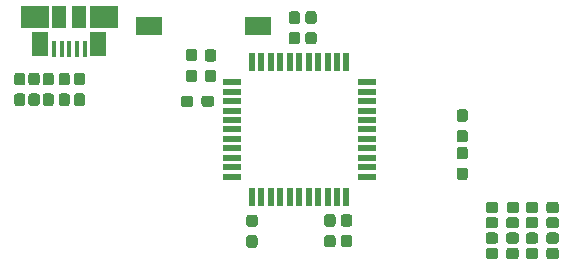
<source format=gbr>
G04 #@! TF.GenerationSoftware,KiCad,Pcbnew,(5.0.2)-1*
G04 #@! TF.CreationDate,2020-04-01T19:52:44+09:00*
G04 #@! TF.ProjectId,controller,636f6e74-726f-46c6-9c65-722e6b696361,rev?*
G04 #@! TF.SameCoordinates,Original*
G04 #@! TF.FileFunction,Paste,Bot*
G04 #@! TF.FilePolarity,Positive*
%FSLAX46Y46*%
G04 Gerber Fmt 4.6, Leading zero omitted, Abs format (unit mm)*
G04 Created by KiCad (PCBNEW (5.0.2)-1) date 2020/04/01 19:52:44*
%MOMM*%
%LPD*%
G01*
G04 APERTURE LIST*
%ADD10R,1.175000X1.900000*%
%ADD11R,2.375000X1.900000*%
%ADD12R,1.475000X2.100000*%
%ADD13R,0.450000X1.380000*%
%ADD14R,0.550000X1.500000*%
%ADD15R,1.500000X0.550000*%
%ADD16C,0.100000*%
%ADD17C,0.950000*%
%ADD18R,2.180000X1.600000*%
G04 APERTURE END LIST*
D10*
G04 #@! TO.C,J2*
X58777500Y-51400000D03*
X57097500Y-51400000D03*
D11*
X60847500Y-51400000D03*
X55027500Y-51400000D03*
D12*
X60400000Y-53700000D03*
X55475000Y-53700000D03*
D13*
X59237500Y-54060000D03*
X58587500Y-54060000D03*
X57937500Y-54060000D03*
X57287500Y-54060000D03*
X56637500Y-54060000D03*
G04 #@! TD*
D14*
G04 #@! TO.C,U3*
X73400000Y-55200000D03*
X74200000Y-55200000D03*
X75000000Y-55200000D03*
X75800000Y-55200000D03*
X76600000Y-55200000D03*
X77400000Y-55200000D03*
X78200000Y-55200000D03*
X79000000Y-55200000D03*
X79800000Y-55200000D03*
X80600000Y-55200000D03*
X81400000Y-55200000D03*
D15*
X83100000Y-56900000D03*
X83100000Y-57700000D03*
X83100000Y-58500000D03*
X83100000Y-59300000D03*
X83100000Y-60100000D03*
X83100000Y-60900000D03*
X83100000Y-61700000D03*
X83100000Y-62500000D03*
X83100000Y-63300000D03*
X83100000Y-64100000D03*
X83100000Y-64900000D03*
D14*
X81400000Y-66600000D03*
X80600000Y-66600000D03*
X79800000Y-66600000D03*
X79000000Y-66600000D03*
X78200000Y-66600000D03*
X77400000Y-66600000D03*
X76600000Y-66600000D03*
X75800000Y-66600000D03*
X75000000Y-66600000D03*
X74200000Y-66600000D03*
X73400000Y-66600000D03*
D15*
X71700000Y-64900000D03*
X71700000Y-64100000D03*
X71700000Y-63300000D03*
X71700000Y-62500000D03*
X71700000Y-61700000D03*
X71700000Y-60900000D03*
X71700000Y-60100000D03*
X71700000Y-59300000D03*
X71700000Y-58500000D03*
X71700000Y-57700000D03*
X71700000Y-56900000D03*
G04 #@! TD*
D16*
G04 #@! TO.C,C8*
G36*
X91460779Y-62376144D02*
X91483834Y-62379563D01*
X91506443Y-62385227D01*
X91528387Y-62393079D01*
X91549457Y-62403044D01*
X91569448Y-62415026D01*
X91588168Y-62428910D01*
X91605438Y-62444562D01*
X91621090Y-62461832D01*
X91634974Y-62480552D01*
X91646956Y-62500543D01*
X91656921Y-62521613D01*
X91664773Y-62543557D01*
X91670437Y-62566166D01*
X91673856Y-62589221D01*
X91675000Y-62612500D01*
X91675000Y-63187500D01*
X91673856Y-63210779D01*
X91670437Y-63233834D01*
X91664773Y-63256443D01*
X91656921Y-63278387D01*
X91646956Y-63299457D01*
X91634974Y-63319448D01*
X91621090Y-63338168D01*
X91605438Y-63355438D01*
X91588168Y-63371090D01*
X91569448Y-63384974D01*
X91549457Y-63396956D01*
X91528387Y-63406921D01*
X91506443Y-63414773D01*
X91483834Y-63420437D01*
X91460779Y-63423856D01*
X91437500Y-63425000D01*
X90962500Y-63425000D01*
X90939221Y-63423856D01*
X90916166Y-63420437D01*
X90893557Y-63414773D01*
X90871613Y-63406921D01*
X90850543Y-63396956D01*
X90830552Y-63384974D01*
X90811832Y-63371090D01*
X90794562Y-63355438D01*
X90778910Y-63338168D01*
X90765026Y-63319448D01*
X90753044Y-63299457D01*
X90743079Y-63278387D01*
X90735227Y-63256443D01*
X90729563Y-63233834D01*
X90726144Y-63210779D01*
X90725000Y-63187500D01*
X90725000Y-62612500D01*
X90726144Y-62589221D01*
X90729563Y-62566166D01*
X90735227Y-62543557D01*
X90743079Y-62521613D01*
X90753044Y-62500543D01*
X90765026Y-62480552D01*
X90778910Y-62461832D01*
X90794562Y-62444562D01*
X90811832Y-62428910D01*
X90830552Y-62415026D01*
X90850543Y-62403044D01*
X90871613Y-62393079D01*
X90893557Y-62385227D01*
X90916166Y-62379563D01*
X90939221Y-62376144D01*
X90962500Y-62375000D01*
X91437500Y-62375000D01*
X91460779Y-62376144D01*
X91460779Y-62376144D01*
G37*
D17*
X91200000Y-62900000D03*
D16*
G36*
X91460779Y-64126144D02*
X91483834Y-64129563D01*
X91506443Y-64135227D01*
X91528387Y-64143079D01*
X91549457Y-64153044D01*
X91569448Y-64165026D01*
X91588168Y-64178910D01*
X91605438Y-64194562D01*
X91621090Y-64211832D01*
X91634974Y-64230552D01*
X91646956Y-64250543D01*
X91656921Y-64271613D01*
X91664773Y-64293557D01*
X91670437Y-64316166D01*
X91673856Y-64339221D01*
X91675000Y-64362500D01*
X91675000Y-64937500D01*
X91673856Y-64960779D01*
X91670437Y-64983834D01*
X91664773Y-65006443D01*
X91656921Y-65028387D01*
X91646956Y-65049457D01*
X91634974Y-65069448D01*
X91621090Y-65088168D01*
X91605438Y-65105438D01*
X91588168Y-65121090D01*
X91569448Y-65134974D01*
X91549457Y-65146956D01*
X91528387Y-65156921D01*
X91506443Y-65164773D01*
X91483834Y-65170437D01*
X91460779Y-65173856D01*
X91437500Y-65175000D01*
X90962500Y-65175000D01*
X90939221Y-65173856D01*
X90916166Y-65170437D01*
X90893557Y-65164773D01*
X90871613Y-65156921D01*
X90850543Y-65146956D01*
X90830552Y-65134974D01*
X90811832Y-65121090D01*
X90794562Y-65105438D01*
X90778910Y-65088168D01*
X90765026Y-65069448D01*
X90753044Y-65049457D01*
X90743079Y-65028387D01*
X90735227Y-65006443D01*
X90729563Y-64983834D01*
X90726144Y-64960779D01*
X90725000Y-64937500D01*
X90725000Y-64362500D01*
X90726144Y-64339221D01*
X90729563Y-64316166D01*
X90735227Y-64293557D01*
X90743079Y-64271613D01*
X90753044Y-64250543D01*
X90765026Y-64230552D01*
X90778910Y-64211832D01*
X90794562Y-64194562D01*
X90811832Y-64178910D01*
X90830552Y-64165026D01*
X90850543Y-64153044D01*
X90871613Y-64143079D01*
X90893557Y-64135227D01*
X90916166Y-64129563D01*
X90939221Y-64126144D01*
X90962500Y-64125000D01*
X91437500Y-64125000D01*
X91460779Y-64126144D01*
X91460779Y-64126144D01*
G37*
D17*
X91200000Y-64650000D03*
G04 #@! TD*
D16*
G04 #@! TO.C,C9*
G36*
X91460779Y-59201144D02*
X91483834Y-59204563D01*
X91506443Y-59210227D01*
X91528387Y-59218079D01*
X91549457Y-59228044D01*
X91569448Y-59240026D01*
X91588168Y-59253910D01*
X91605438Y-59269562D01*
X91621090Y-59286832D01*
X91634974Y-59305552D01*
X91646956Y-59325543D01*
X91656921Y-59346613D01*
X91664773Y-59368557D01*
X91670437Y-59391166D01*
X91673856Y-59414221D01*
X91675000Y-59437500D01*
X91675000Y-60012500D01*
X91673856Y-60035779D01*
X91670437Y-60058834D01*
X91664773Y-60081443D01*
X91656921Y-60103387D01*
X91646956Y-60124457D01*
X91634974Y-60144448D01*
X91621090Y-60163168D01*
X91605438Y-60180438D01*
X91588168Y-60196090D01*
X91569448Y-60209974D01*
X91549457Y-60221956D01*
X91528387Y-60231921D01*
X91506443Y-60239773D01*
X91483834Y-60245437D01*
X91460779Y-60248856D01*
X91437500Y-60250000D01*
X90962500Y-60250000D01*
X90939221Y-60248856D01*
X90916166Y-60245437D01*
X90893557Y-60239773D01*
X90871613Y-60231921D01*
X90850543Y-60221956D01*
X90830552Y-60209974D01*
X90811832Y-60196090D01*
X90794562Y-60180438D01*
X90778910Y-60163168D01*
X90765026Y-60144448D01*
X90753044Y-60124457D01*
X90743079Y-60103387D01*
X90735227Y-60081443D01*
X90729563Y-60058834D01*
X90726144Y-60035779D01*
X90725000Y-60012500D01*
X90725000Y-59437500D01*
X90726144Y-59414221D01*
X90729563Y-59391166D01*
X90735227Y-59368557D01*
X90743079Y-59346613D01*
X90753044Y-59325543D01*
X90765026Y-59305552D01*
X90778910Y-59286832D01*
X90794562Y-59269562D01*
X90811832Y-59253910D01*
X90830552Y-59240026D01*
X90850543Y-59228044D01*
X90871613Y-59218079D01*
X90893557Y-59210227D01*
X90916166Y-59204563D01*
X90939221Y-59201144D01*
X90962500Y-59200000D01*
X91437500Y-59200000D01*
X91460779Y-59201144D01*
X91460779Y-59201144D01*
G37*
D17*
X91200000Y-59725000D03*
D16*
G36*
X91460779Y-60951144D02*
X91483834Y-60954563D01*
X91506443Y-60960227D01*
X91528387Y-60968079D01*
X91549457Y-60978044D01*
X91569448Y-60990026D01*
X91588168Y-61003910D01*
X91605438Y-61019562D01*
X91621090Y-61036832D01*
X91634974Y-61055552D01*
X91646956Y-61075543D01*
X91656921Y-61096613D01*
X91664773Y-61118557D01*
X91670437Y-61141166D01*
X91673856Y-61164221D01*
X91675000Y-61187500D01*
X91675000Y-61762500D01*
X91673856Y-61785779D01*
X91670437Y-61808834D01*
X91664773Y-61831443D01*
X91656921Y-61853387D01*
X91646956Y-61874457D01*
X91634974Y-61894448D01*
X91621090Y-61913168D01*
X91605438Y-61930438D01*
X91588168Y-61946090D01*
X91569448Y-61959974D01*
X91549457Y-61971956D01*
X91528387Y-61981921D01*
X91506443Y-61989773D01*
X91483834Y-61995437D01*
X91460779Y-61998856D01*
X91437500Y-62000000D01*
X90962500Y-62000000D01*
X90939221Y-61998856D01*
X90916166Y-61995437D01*
X90893557Y-61989773D01*
X90871613Y-61981921D01*
X90850543Y-61971956D01*
X90830552Y-61959974D01*
X90811832Y-61946090D01*
X90794562Y-61930438D01*
X90778910Y-61913168D01*
X90765026Y-61894448D01*
X90753044Y-61874457D01*
X90743079Y-61853387D01*
X90735227Y-61831443D01*
X90729563Y-61808834D01*
X90726144Y-61785779D01*
X90725000Y-61762500D01*
X90725000Y-61187500D01*
X90726144Y-61164221D01*
X90729563Y-61141166D01*
X90735227Y-61118557D01*
X90743079Y-61096613D01*
X90753044Y-61075543D01*
X90765026Y-61055552D01*
X90778910Y-61036832D01*
X90794562Y-61019562D01*
X90811832Y-61003910D01*
X90830552Y-60990026D01*
X90850543Y-60978044D01*
X90871613Y-60968079D01*
X90893557Y-60960227D01*
X90916166Y-60954563D01*
X90939221Y-60951144D01*
X90962500Y-60950000D01*
X91437500Y-60950000D01*
X91460779Y-60951144D01*
X91460779Y-60951144D01*
G37*
D17*
X91200000Y-61475000D03*
G04 #@! TD*
D16*
G04 #@! TO.C,C10*
G36*
X69960779Y-58026144D02*
X69983834Y-58029563D01*
X70006443Y-58035227D01*
X70028387Y-58043079D01*
X70049457Y-58053044D01*
X70069448Y-58065026D01*
X70088168Y-58078910D01*
X70105438Y-58094562D01*
X70121090Y-58111832D01*
X70134974Y-58130552D01*
X70146956Y-58150543D01*
X70156921Y-58171613D01*
X70164773Y-58193557D01*
X70170437Y-58216166D01*
X70173856Y-58239221D01*
X70175000Y-58262500D01*
X70175000Y-58737500D01*
X70173856Y-58760779D01*
X70170437Y-58783834D01*
X70164773Y-58806443D01*
X70156921Y-58828387D01*
X70146956Y-58849457D01*
X70134974Y-58869448D01*
X70121090Y-58888168D01*
X70105438Y-58905438D01*
X70088168Y-58921090D01*
X70069448Y-58934974D01*
X70049457Y-58946956D01*
X70028387Y-58956921D01*
X70006443Y-58964773D01*
X69983834Y-58970437D01*
X69960779Y-58973856D01*
X69937500Y-58975000D01*
X69362500Y-58975000D01*
X69339221Y-58973856D01*
X69316166Y-58970437D01*
X69293557Y-58964773D01*
X69271613Y-58956921D01*
X69250543Y-58946956D01*
X69230552Y-58934974D01*
X69211832Y-58921090D01*
X69194562Y-58905438D01*
X69178910Y-58888168D01*
X69165026Y-58869448D01*
X69153044Y-58849457D01*
X69143079Y-58828387D01*
X69135227Y-58806443D01*
X69129563Y-58783834D01*
X69126144Y-58760779D01*
X69125000Y-58737500D01*
X69125000Y-58262500D01*
X69126144Y-58239221D01*
X69129563Y-58216166D01*
X69135227Y-58193557D01*
X69143079Y-58171613D01*
X69153044Y-58150543D01*
X69165026Y-58130552D01*
X69178910Y-58111832D01*
X69194562Y-58094562D01*
X69211832Y-58078910D01*
X69230552Y-58065026D01*
X69250543Y-58053044D01*
X69271613Y-58043079D01*
X69293557Y-58035227D01*
X69316166Y-58029563D01*
X69339221Y-58026144D01*
X69362500Y-58025000D01*
X69937500Y-58025000D01*
X69960779Y-58026144D01*
X69960779Y-58026144D01*
G37*
D17*
X69650000Y-58500000D03*
D16*
G36*
X68210779Y-58026144D02*
X68233834Y-58029563D01*
X68256443Y-58035227D01*
X68278387Y-58043079D01*
X68299457Y-58053044D01*
X68319448Y-58065026D01*
X68338168Y-58078910D01*
X68355438Y-58094562D01*
X68371090Y-58111832D01*
X68384974Y-58130552D01*
X68396956Y-58150543D01*
X68406921Y-58171613D01*
X68414773Y-58193557D01*
X68420437Y-58216166D01*
X68423856Y-58239221D01*
X68425000Y-58262500D01*
X68425000Y-58737500D01*
X68423856Y-58760779D01*
X68420437Y-58783834D01*
X68414773Y-58806443D01*
X68406921Y-58828387D01*
X68396956Y-58849457D01*
X68384974Y-58869448D01*
X68371090Y-58888168D01*
X68355438Y-58905438D01*
X68338168Y-58921090D01*
X68319448Y-58934974D01*
X68299457Y-58946956D01*
X68278387Y-58956921D01*
X68256443Y-58964773D01*
X68233834Y-58970437D01*
X68210779Y-58973856D01*
X68187500Y-58975000D01*
X67612500Y-58975000D01*
X67589221Y-58973856D01*
X67566166Y-58970437D01*
X67543557Y-58964773D01*
X67521613Y-58956921D01*
X67500543Y-58946956D01*
X67480552Y-58934974D01*
X67461832Y-58921090D01*
X67444562Y-58905438D01*
X67428910Y-58888168D01*
X67415026Y-58869448D01*
X67403044Y-58849457D01*
X67393079Y-58828387D01*
X67385227Y-58806443D01*
X67379563Y-58783834D01*
X67376144Y-58760779D01*
X67375000Y-58737500D01*
X67375000Y-58262500D01*
X67376144Y-58239221D01*
X67379563Y-58216166D01*
X67385227Y-58193557D01*
X67393079Y-58171613D01*
X67403044Y-58150543D01*
X67415026Y-58130552D01*
X67428910Y-58111832D01*
X67444562Y-58094562D01*
X67461832Y-58078910D01*
X67480552Y-58065026D01*
X67500543Y-58053044D01*
X67521613Y-58043079D01*
X67543557Y-58035227D01*
X67566166Y-58029563D01*
X67589221Y-58026144D01*
X67612500Y-58025000D01*
X68187500Y-58025000D01*
X68210779Y-58026144D01*
X68210779Y-58026144D01*
G37*
D17*
X67900000Y-58500000D03*
G04 #@! TD*
D16*
G04 #@! TO.C,C11*
G36*
X78660779Y-50901144D02*
X78683834Y-50904563D01*
X78706443Y-50910227D01*
X78728387Y-50918079D01*
X78749457Y-50928044D01*
X78769448Y-50940026D01*
X78788168Y-50953910D01*
X78805438Y-50969562D01*
X78821090Y-50986832D01*
X78834974Y-51005552D01*
X78846956Y-51025543D01*
X78856921Y-51046613D01*
X78864773Y-51068557D01*
X78870437Y-51091166D01*
X78873856Y-51114221D01*
X78875000Y-51137500D01*
X78875000Y-51712500D01*
X78873856Y-51735779D01*
X78870437Y-51758834D01*
X78864773Y-51781443D01*
X78856921Y-51803387D01*
X78846956Y-51824457D01*
X78834974Y-51844448D01*
X78821090Y-51863168D01*
X78805438Y-51880438D01*
X78788168Y-51896090D01*
X78769448Y-51909974D01*
X78749457Y-51921956D01*
X78728387Y-51931921D01*
X78706443Y-51939773D01*
X78683834Y-51945437D01*
X78660779Y-51948856D01*
X78637500Y-51950000D01*
X78162500Y-51950000D01*
X78139221Y-51948856D01*
X78116166Y-51945437D01*
X78093557Y-51939773D01*
X78071613Y-51931921D01*
X78050543Y-51921956D01*
X78030552Y-51909974D01*
X78011832Y-51896090D01*
X77994562Y-51880438D01*
X77978910Y-51863168D01*
X77965026Y-51844448D01*
X77953044Y-51824457D01*
X77943079Y-51803387D01*
X77935227Y-51781443D01*
X77929563Y-51758834D01*
X77926144Y-51735779D01*
X77925000Y-51712500D01*
X77925000Y-51137500D01*
X77926144Y-51114221D01*
X77929563Y-51091166D01*
X77935227Y-51068557D01*
X77943079Y-51046613D01*
X77953044Y-51025543D01*
X77965026Y-51005552D01*
X77978910Y-50986832D01*
X77994562Y-50969562D01*
X78011832Y-50953910D01*
X78030552Y-50940026D01*
X78050543Y-50928044D01*
X78071613Y-50918079D01*
X78093557Y-50910227D01*
X78116166Y-50904563D01*
X78139221Y-50901144D01*
X78162500Y-50900000D01*
X78637500Y-50900000D01*
X78660779Y-50901144D01*
X78660779Y-50901144D01*
G37*
D17*
X78400000Y-51425000D03*
D16*
G36*
X78660779Y-52651144D02*
X78683834Y-52654563D01*
X78706443Y-52660227D01*
X78728387Y-52668079D01*
X78749457Y-52678044D01*
X78769448Y-52690026D01*
X78788168Y-52703910D01*
X78805438Y-52719562D01*
X78821090Y-52736832D01*
X78834974Y-52755552D01*
X78846956Y-52775543D01*
X78856921Y-52796613D01*
X78864773Y-52818557D01*
X78870437Y-52841166D01*
X78873856Y-52864221D01*
X78875000Y-52887500D01*
X78875000Y-53462500D01*
X78873856Y-53485779D01*
X78870437Y-53508834D01*
X78864773Y-53531443D01*
X78856921Y-53553387D01*
X78846956Y-53574457D01*
X78834974Y-53594448D01*
X78821090Y-53613168D01*
X78805438Y-53630438D01*
X78788168Y-53646090D01*
X78769448Y-53659974D01*
X78749457Y-53671956D01*
X78728387Y-53681921D01*
X78706443Y-53689773D01*
X78683834Y-53695437D01*
X78660779Y-53698856D01*
X78637500Y-53700000D01*
X78162500Y-53700000D01*
X78139221Y-53698856D01*
X78116166Y-53695437D01*
X78093557Y-53689773D01*
X78071613Y-53681921D01*
X78050543Y-53671956D01*
X78030552Y-53659974D01*
X78011832Y-53646090D01*
X77994562Y-53630438D01*
X77978910Y-53613168D01*
X77965026Y-53594448D01*
X77953044Y-53574457D01*
X77943079Y-53553387D01*
X77935227Y-53531443D01*
X77929563Y-53508834D01*
X77926144Y-53485779D01*
X77925000Y-53462500D01*
X77925000Y-52887500D01*
X77926144Y-52864221D01*
X77929563Y-52841166D01*
X77935227Y-52818557D01*
X77943079Y-52796613D01*
X77953044Y-52775543D01*
X77965026Y-52755552D01*
X77978910Y-52736832D01*
X77994562Y-52719562D01*
X78011832Y-52703910D01*
X78030552Y-52690026D01*
X78050543Y-52678044D01*
X78071613Y-52668079D01*
X78093557Y-52660227D01*
X78116166Y-52654563D01*
X78139221Y-52651144D01*
X78162500Y-52650000D01*
X78637500Y-52650000D01*
X78660779Y-52651144D01*
X78660779Y-52651144D01*
G37*
D17*
X78400000Y-53175000D03*
G04 #@! TD*
D16*
G04 #@! TO.C,C12*
G36*
X77260779Y-50901144D02*
X77283834Y-50904563D01*
X77306443Y-50910227D01*
X77328387Y-50918079D01*
X77349457Y-50928044D01*
X77369448Y-50940026D01*
X77388168Y-50953910D01*
X77405438Y-50969562D01*
X77421090Y-50986832D01*
X77434974Y-51005552D01*
X77446956Y-51025543D01*
X77456921Y-51046613D01*
X77464773Y-51068557D01*
X77470437Y-51091166D01*
X77473856Y-51114221D01*
X77475000Y-51137500D01*
X77475000Y-51712500D01*
X77473856Y-51735779D01*
X77470437Y-51758834D01*
X77464773Y-51781443D01*
X77456921Y-51803387D01*
X77446956Y-51824457D01*
X77434974Y-51844448D01*
X77421090Y-51863168D01*
X77405438Y-51880438D01*
X77388168Y-51896090D01*
X77369448Y-51909974D01*
X77349457Y-51921956D01*
X77328387Y-51931921D01*
X77306443Y-51939773D01*
X77283834Y-51945437D01*
X77260779Y-51948856D01*
X77237500Y-51950000D01*
X76762500Y-51950000D01*
X76739221Y-51948856D01*
X76716166Y-51945437D01*
X76693557Y-51939773D01*
X76671613Y-51931921D01*
X76650543Y-51921956D01*
X76630552Y-51909974D01*
X76611832Y-51896090D01*
X76594562Y-51880438D01*
X76578910Y-51863168D01*
X76565026Y-51844448D01*
X76553044Y-51824457D01*
X76543079Y-51803387D01*
X76535227Y-51781443D01*
X76529563Y-51758834D01*
X76526144Y-51735779D01*
X76525000Y-51712500D01*
X76525000Y-51137500D01*
X76526144Y-51114221D01*
X76529563Y-51091166D01*
X76535227Y-51068557D01*
X76543079Y-51046613D01*
X76553044Y-51025543D01*
X76565026Y-51005552D01*
X76578910Y-50986832D01*
X76594562Y-50969562D01*
X76611832Y-50953910D01*
X76630552Y-50940026D01*
X76650543Y-50928044D01*
X76671613Y-50918079D01*
X76693557Y-50910227D01*
X76716166Y-50904563D01*
X76739221Y-50901144D01*
X76762500Y-50900000D01*
X77237500Y-50900000D01*
X77260779Y-50901144D01*
X77260779Y-50901144D01*
G37*
D17*
X77000000Y-51425000D03*
D16*
G36*
X77260779Y-52651144D02*
X77283834Y-52654563D01*
X77306443Y-52660227D01*
X77328387Y-52668079D01*
X77349457Y-52678044D01*
X77369448Y-52690026D01*
X77388168Y-52703910D01*
X77405438Y-52719562D01*
X77421090Y-52736832D01*
X77434974Y-52755552D01*
X77446956Y-52775543D01*
X77456921Y-52796613D01*
X77464773Y-52818557D01*
X77470437Y-52841166D01*
X77473856Y-52864221D01*
X77475000Y-52887500D01*
X77475000Y-53462500D01*
X77473856Y-53485779D01*
X77470437Y-53508834D01*
X77464773Y-53531443D01*
X77456921Y-53553387D01*
X77446956Y-53574457D01*
X77434974Y-53594448D01*
X77421090Y-53613168D01*
X77405438Y-53630438D01*
X77388168Y-53646090D01*
X77369448Y-53659974D01*
X77349457Y-53671956D01*
X77328387Y-53681921D01*
X77306443Y-53689773D01*
X77283834Y-53695437D01*
X77260779Y-53698856D01*
X77237500Y-53700000D01*
X76762500Y-53700000D01*
X76739221Y-53698856D01*
X76716166Y-53695437D01*
X76693557Y-53689773D01*
X76671613Y-53681921D01*
X76650543Y-53671956D01*
X76630552Y-53659974D01*
X76611832Y-53646090D01*
X76594562Y-53630438D01*
X76578910Y-53613168D01*
X76565026Y-53594448D01*
X76553044Y-53574457D01*
X76543079Y-53553387D01*
X76535227Y-53531443D01*
X76529563Y-53508834D01*
X76526144Y-53485779D01*
X76525000Y-53462500D01*
X76525000Y-52887500D01*
X76526144Y-52864221D01*
X76529563Y-52841166D01*
X76535227Y-52818557D01*
X76543079Y-52796613D01*
X76553044Y-52775543D01*
X76565026Y-52755552D01*
X76578910Y-52736832D01*
X76594562Y-52719562D01*
X76611832Y-52703910D01*
X76630552Y-52690026D01*
X76650543Y-52678044D01*
X76671613Y-52668079D01*
X76693557Y-52660227D01*
X76716166Y-52654563D01*
X76739221Y-52651144D01*
X76762500Y-52650000D01*
X77237500Y-52650000D01*
X77260779Y-52651144D01*
X77260779Y-52651144D01*
G37*
D17*
X77000000Y-53175000D03*
G04 #@! TD*
D16*
G04 #@! TO.C,C13*
G36*
X81660779Y-68076144D02*
X81683834Y-68079563D01*
X81706443Y-68085227D01*
X81728387Y-68093079D01*
X81749457Y-68103044D01*
X81769448Y-68115026D01*
X81788168Y-68128910D01*
X81805438Y-68144562D01*
X81821090Y-68161832D01*
X81834974Y-68180552D01*
X81846956Y-68200543D01*
X81856921Y-68221613D01*
X81864773Y-68243557D01*
X81870437Y-68266166D01*
X81873856Y-68289221D01*
X81875000Y-68312500D01*
X81875000Y-68887500D01*
X81873856Y-68910779D01*
X81870437Y-68933834D01*
X81864773Y-68956443D01*
X81856921Y-68978387D01*
X81846956Y-68999457D01*
X81834974Y-69019448D01*
X81821090Y-69038168D01*
X81805438Y-69055438D01*
X81788168Y-69071090D01*
X81769448Y-69084974D01*
X81749457Y-69096956D01*
X81728387Y-69106921D01*
X81706443Y-69114773D01*
X81683834Y-69120437D01*
X81660779Y-69123856D01*
X81637500Y-69125000D01*
X81162500Y-69125000D01*
X81139221Y-69123856D01*
X81116166Y-69120437D01*
X81093557Y-69114773D01*
X81071613Y-69106921D01*
X81050543Y-69096956D01*
X81030552Y-69084974D01*
X81011832Y-69071090D01*
X80994562Y-69055438D01*
X80978910Y-69038168D01*
X80965026Y-69019448D01*
X80953044Y-68999457D01*
X80943079Y-68978387D01*
X80935227Y-68956443D01*
X80929563Y-68933834D01*
X80926144Y-68910779D01*
X80925000Y-68887500D01*
X80925000Y-68312500D01*
X80926144Y-68289221D01*
X80929563Y-68266166D01*
X80935227Y-68243557D01*
X80943079Y-68221613D01*
X80953044Y-68200543D01*
X80965026Y-68180552D01*
X80978910Y-68161832D01*
X80994562Y-68144562D01*
X81011832Y-68128910D01*
X81030552Y-68115026D01*
X81050543Y-68103044D01*
X81071613Y-68093079D01*
X81093557Y-68085227D01*
X81116166Y-68079563D01*
X81139221Y-68076144D01*
X81162500Y-68075000D01*
X81637500Y-68075000D01*
X81660779Y-68076144D01*
X81660779Y-68076144D01*
G37*
D17*
X81400000Y-68600000D03*
D16*
G36*
X81660779Y-69826144D02*
X81683834Y-69829563D01*
X81706443Y-69835227D01*
X81728387Y-69843079D01*
X81749457Y-69853044D01*
X81769448Y-69865026D01*
X81788168Y-69878910D01*
X81805438Y-69894562D01*
X81821090Y-69911832D01*
X81834974Y-69930552D01*
X81846956Y-69950543D01*
X81856921Y-69971613D01*
X81864773Y-69993557D01*
X81870437Y-70016166D01*
X81873856Y-70039221D01*
X81875000Y-70062500D01*
X81875000Y-70637500D01*
X81873856Y-70660779D01*
X81870437Y-70683834D01*
X81864773Y-70706443D01*
X81856921Y-70728387D01*
X81846956Y-70749457D01*
X81834974Y-70769448D01*
X81821090Y-70788168D01*
X81805438Y-70805438D01*
X81788168Y-70821090D01*
X81769448Y-70834974D01*
X81749457Y-70846956D01*
X81728387Y-70856921D01*
X81706443Y-70864773D01*
X81683834Y-70870437D01*
X81660779Y-70873856D01*
X81637500Y-70875000D01*
X81162500Y-70875000D01*
X81139221Y-70873856D01*
X81116166Y-70870437D01*
X81093557Y-70864773D01*
X81071613Y-70856921D01*
X81050543Y-70846956D01*
X81030552Y-70834974D01*
X81011832Y-70821090D01*
X80994562Y-70805438D01*
X80978910Y-70788168D01*
X80965026Y-70769448D01*
X80953044Y-70749457D01*
X80943079Y-70728387D01*
X80935227Y-70706443D01*
X80929563Y-70683834D01*
X80926144Y-70660779D01*
X80925000Y-70637500D01*
X80925000Y-70062500D01*
X80926144Y-70039221D01*
X80929563Y-70016166D01*
X80935227Y-69993557D01*
X80943079Y-69971613D01*
X80953044Y-69950543D01*
X80965026Y-69930552D01*
X80978910Y-69911832D01*
X80994562Y-69894562D01*
X81011832Y-69878910D01*
X81030552Y-69865026D01*
X81050543Y-69853044D01*
X81071613Y-69843079D01*
X81093557Y-69835227D01*
X81116166Y-69829563D01*
X81139221Y-69826144D01*
X81162500Y-69825000D01*
X81637500Y-69825000D01*
X81660779Y-69826144D01*
X81660779Y-69826144D01*
G37*
D17*
X81400000Y-70350000D03*
G04 #@! TD*
D16*
G04 #@! TO.C,C14*
G36*
X80260779Y-69826144D02*
X80283834Y-69829563D01*
X80306443Y-69835227D01*
X80328387Y-69843079D01*
X80349457Y-69853044D01*
X80369448Y-69865026D01*
X80388168Y-69878910D01*
X80405438Y-69894562D01*
X80421090Y-69911832D01*
X80434974Y-69930552D01*
X80446956Y-69950543D01*
X80456921Y-69971613D01*
X80464773Y-69993557D01*
X80470437Y-70016166D01*
X80473856Y-70039221D01*
X80475000Y-70062500D01*
X80475000Y-70637500D01*
X80473856Y-70660779D01*
X80470437Y-70683834D01*
X80464773Y-70706443D01*
X80456921Y-70728387D01*
X80446956Y-70749457D01*
X80434974Y-70769448D01*
X80421090Y-70788168D01*
X80405438Y-70805438D01*
X80388168Y-70821090D01*
X80369448Y-70834974D01*
X80349457Y-70846956D01*
X80328387Y-70856921D01*
X80306443Y-70864773D01*
X80283834Y-70870437D01*
X80260779Y-70873856D01*
X80237500Y-70875000D01*
X79762500Y-70875000D01*
X79739221Y-70873856D01*
X79716166Y-70870437D01*
X79693557Y-70864773D01*
X79671613Y-70856921D01*
X79650543Y-70846956D01*
X79630552Y-70834974D01*
X79611832Y-70821090D01*
X79594562Y-70805438D01*
X79578910Y-70788168D01*
X79565026Y-70769448D01*
X79553044Y-70749457D01*
X79543079Y-70728387D01*
X79535227Y-70706443D01*
X79529563Y-70683834D01*
X79526144Y-70660779D01*
X79525000Y-70637500D01*
X79525000Y-70062500D01*
X79526144Y-70039221D01*
X79529563Y-70016166D01*
X79535227Y-69993557D01*
X79543079Y-69971613D01*
X79553044Y-69950543D01*
X79565026Y-69930552D01*
X79578910Y-69911832D01*
X79594562Y-69894562D01*
X79611832Y-69878910D01*
X79630552Y-69865026D01*
X79650543Y-69853044D01*
X79671613Y-69843079D01*
X79693557Y-69835227D01*
X79716166Y-69829563D01*
X79739221Y-69826144D01*
X79762500Y-69825000D01*
X80237500Y-69825000D01*
X80260779Y-69826144D01*
X80260779Y-69826144D01*
G37*
D17*
X80000000Y-70350000D03*
D16*
G36*
X80260779Y-68076144D02*
X80283834Y-68079563D01*
X80306443Y-68085227D01*
X80328387Y-68093079D01*
X80349457Y-68103044D01*
X80369448Y-68115026D01*
X80388168Y-68128910D01*
X80405438Y-68144562D01*
X80421090Y-68161832D01*
X80434974Y-68180552D01*
X80446956Y-68200543D01*
X80456921Y-68221613D01*
X80464773Y-68243557D01*
X80470437Y-68266166D01*
X80473856Y-68289221D01*
X80475000Y-68312500D01*
X80475000Y-68887500D01*
X80473856Y-68910779D01*
X80470437Y-68933834D01*
X80464773Y-68956443D01*
X80456921Y-68978387D01*
X80446956Y-68999457D01*
X80434974Y-69019448D01*
X80421090Y-69038168D01*
X80405438Y-69055438D01*
X80388168Y-69071090D01*
X80369448Y-69084974D01*
X80349457Y-69096956D01*
X80328387Y-69106921D01*
X80306443Y-69114773D01*
X80283834Y-69120437D01*
X80260779Y-69123856D01*
X80237500Y-69125000D01*
X79762500Y-69125000D01*
X79739221Y-69123856D01*
X79716166Y-69120437D01*
X79693557Y-69114773D01*
X79671613Y-69106921D01*
X79650543Y-69096956D01*
X79630552Y-69084974D01*
X79611832Y-69071090D01*
X79594562Y-69055438D01*
X79578910Y-69038168D01*
X79565026Y-69019448D01*
X79553044Y-68999457D01*
X79543079Y-68978387D01*
X79535227Y-68956443D01*
X79529563Y-68933834D01*
X79526144Y-68910779D01*
X79525000Y-68887500D01*
X79525000Y-68312500D01*
X79526144Y-68289221D01*
X79529563Y-68266166D01*
X79535227Y-68243557D01*
X79543079Y-68221613D01*
X79553044Y-68200543D01*
X79565026Y-68180552D01*
X79578910Y-68161832D01*
X79594562Y-68144562D01*
X79611832Y-68128910D01*
X79630552Y-68115026D01*
X79650543Y-68103044D01*
X79671613Y-68093079D01*
X79693557Y-68085227D01*
X79716166Y-68079563D01*
X79739221Y-68076144D01*
X79762500Y-68075000D01*
X80237500Y-68075000D01*
X80260779Y-68076144D01*
X80260779Y-68076144D01*
G37*
D17*
X80000000Y-68600000D03*
G04 #@! TD*
D16*
G04 #@! TO.C,C15*
G36*
X55210779Y-57851144D02*
X55233834Y-57854563D01*
X55256443Y-57860227D01*
X55278387Y-57868079D01*
X55299457Y-57878044D01*
X55319448Y-57890026D01*
X55338168Y-57903910D01*
X55355438Y-57919562D01*
X55371090Y-57936832D01*
X55384974Y-57955552D01*
X55396956Y-57975543D01*
X55406921Y-57996613D01*
X55414773Y-58018557D01*
X55420437Y-58041166D01*
X55423856Y-58064221D01*
X55425000Y-58087500D01*
X55425000Y-58662500D01*
X55423856Y-58685779D01*
X55420437Y-58708834D01*
X55414773Y-58731443D01*
X55406921Y-58753387D01*
X55396956Y-58774457D01*
X55384974Y-58794448D01*
X55371090Y-58813168D01*
X55355438Y-58830438D01*
X55338168Y-58846090D01*
X55319448Y-58859974D01*
X55299457Y-58871956D01*
X55278387Y-58881921D01*
X55256443Y-58889773D01*
X55233834Y-58895437D01*
X55210779Y-58898856D01*
X55187500Y-58900000D01*
X54712500Y-58900000D01*
X54689221Y-58898856D01*
X54666166Y-58895437D01*
X54643557Y-58889773D01*
X54621613Y-58881921D01*
X54600543Y-58871956D01*
X54580552Y-58859974D01*
X54561832Y-58846090D01*
X54544562Y-58830438D01*
X54528910Y-58813168D01*
X54515026Y-58794448D01*
X54503044Y-58774457D01*
X54493079Y-58753387D01*
X54485227Y-58731443D01*
X54479563Y-58708834D01*
X54476144Y-58685779D01*
X54475000Y-58662500D01*
X54475000Y-58087500D01*
X54476144Y-58064221D01*
X54479563Y-58041166D01*
X54485227Y-58018557D01*
X54493079Y-57996613D01*
X54503044Y-57975543D01*
X54515026Y-57955552D01*
X54528910Y-57936832D01*
X54544562Y-57919562D01*
X54561832Y-57903910D01*
X54580552Y-57890026D01*
X54600543Y-57878044D01*
X54621613Y-57868079D01*
X54643557Y-57860227D01*
X54666166Y-57854563D01*
X54689221Y-57851144D01*
X54712500Y-57850000D01*
X55187500Y-57850000D01*
X55210779Y-57851144D01*
X55210779Y-57851144D01*
G37*
D17*
X54950000Y-58375000D03*
D16*
G36*
X55210779Y-56101144D02*
X55233834Y-56104563D01*
X55256443Y-56110227D01*
X55278387Y-56118079D01*
X55299457Y-56128044D01*
X55319448Y-56140026D01*
X55338168Y-56153910D01*
X55355438Y-56169562D01*
X55371090Y-56186832D01*
X55384974Y-56205552D01*
X55396956Y-56225543D01*
X55406921Y-56246613D01*
X55414773Y-56268557D01*
X55420437Y-56291166D01*
X55423856Y-56314221D01*
X55425000Y-56337500D01*
X55425000Y-56912500D01*
X55423856Y-56935779D01*
X55420437Y-56958834D01*
X55414773Y-56981443D01*
X55406921Y-57003387D01*
X55396956Y-57024457D01*
X55384974Y-57044448D01*
X55371090Y-57063168D01*
X55355438Y-57080438D01*
X55338168Y-57096090D01*
X55319448Y-57109974D01*
X55299457Y-57121956D01*
X55278387Y-57131921D01*
X55256443Y-57139773D01*
X55233834Y-57145437D01*
X55210779Y-57148856D01*
X55187500Y-57150000D01*
X54712500Y-57150000D01*
X54689221Y-57148856D01*
X54666166Y-57145437D01*
X54643557Y-57139773D01*
X54621613Y-57131921D01*
X54600543Y-57121956D01*
X54580552Y-57109974D01*
X54561832Y-57096090D01*
X54544562Y-57080438D01*
X54528910Y-57063168D01*
X54515026Y-57044448D01*
X54503044Y-57024457D01*
X54493079Y-57003387D01*
X54485227Y-56981443D01*
X54479563Y-56958834D01*
X54476144Y-56935779D01*
X54475000Y-56912500D01*
X54475000Y-56337500D01*
X54476144Y-56314221D01*
X54479563Y-56291166D01*
X54485227Y-56268557D01*
X54493079Y-56246613D01*
X54503044Y-56225543D01*
X54515026Y-56205552D01*
X54528910Y-56186832D01*
X54544562Y-56169562D01*
X54561832Y-56153910D01*
X54580552Y-56140026D01*
X54600543Y-56128044D01*
X54621613Y-56118079D01*
X54643557Y-56110227D01*
X54666166Y-56104563D01*
X54689221Y-56101144D01*
X54712500Y-56100000D01*
X55187500Y-56100000D01*
X55210779Y-56101144D01*
X55210779Y-56101144D01*
G37*
D17*
X54950000Y-56625000D03*
G04 #@! TD*
D16*
G04 #@! TO.C,C16*
G36*
X54010779Y-56101144D02*
X54033834Y-56104563D01*
X54056443Y-56110227D01*
X54078387Y-56118079D01*
X54099457Y-56128044D01*
X54119448Y-56140026D01*
X54138168Y-56153910D01*
X54155438Y-56169562D01*
X54171090Y-56186832D01*
X54184974Y-56205552D01*
X54196956Y-56225543D01*
X54206921Y-56246613D01*
X54214773Y-56268557D01*
X54220437Y-56291166D01*
X54223856Y-56314221D01*
X54225000Y-56337500D01*
X54225000Y-56912500D01*
X54223856Y-56935779D01*
X54220437Y-56958834D01*
X54214773Y-56981443D01*
X54206921Y-57003387D01*
X54196956Y-57024457D01*
X54184974Y-57044448D01*
X54171090Y-57063168D01*
X54155438Y-57080438D01*
X54138168Y-57096090D01*
X54119448Y-57109974D01*
X54099457Y-57121956D01*
X54078387Y-57131921D01*
X54056443Y-57139773D01*
X54033834Y-57145437D01*
X54010779Y-57148856D01*
X53987500Y-57150000D01*
X53512500Y-57150000D01*
X53489221Y-57148856D01*
X53466166Y-57145437D01*
X53443557Y-57139773D01*
X53421613Y-57131921D01*
X53400543Y-57121956D01*
X53380552Y-57109974D01*
X53361832Y-57096090D01*
X53344562Y-57080438D01*
X53328910Y-57063168D01*
X53315026Y-57044448D01*
X53303044Y-57024457D01*
X53293079Y-57003387D01*
X53285227Y-56981443D01*
X53279563Y-56958834D01*
X53276144Y-56935779D01*
X53275000Y-56912500D01*
X53275000Y-56337500D01*
X53276144Y-56314221D01*
X53279563Y-56291166D01*
X53285227Y-56268557D01*
X53293079Y-56246613D01*
X53303044Y-56225543D01*
X53315026Y-56205552D01*
X53328910Y-56186832D01*
X53344562Y-56169562D01*
X53361832Y-56153910D01*
X53380552Y-56140026D01*
X53400543Y-56128044D01*
X53421613Y-56118079D01*
X53443557Y-56110227D01*
X53466166Y-56104563D01*
X53489221Y-56101144D01*
X53512500Y-56100000D01*
X53987500Y-56100000D01*
X54010779Y-56101144D01*
X54010779Y-56101144D01*
G37*
D17*
X53750000Y-56625000D03*
D16*
G36*
X54010779Y-57851144D02*
X54033834Y-57854563D01*
X54056443Y-57860227D01*
X54078387Y-57868079D01*
X54099457Y-57878044D01*
X54119448Y-57890026D01*
X54138168Y-57903910D01*
X54155438Y-57919562D01*
X54171090Y-57936832D01*
X54184974Y-57955552D01*
X54196956Y-57975543D01*
X54206921Y-57996613D01*
X54214773Y-58018557D01*
X54220437Y-58041166D01*
X54223856Y-58064221D01*
X54225000Y-58087500D01*
X54225000Y-58662500D01*
X54223856Y-58685779D01*
X54220437Y-58708834D01*
X54214773Y-58731443D01*
X54206921Y-58753387D01*
X54196956Y-58774457D01*
X54184974Y-58794448D01*
X54171090Y-58813168D01*
X54155438Y-58830438D01*
X54138168Y-58846090D01*
X54119448Y-58859974D01*
X54099457Y-58871956D01*
X54078387Y-58881921D01*
X54056443Y-58889773D01*
X54033834Y-58895437D01*
X54010779Y-58898856D01*
X53987500Y-58900000D01*
X53512500Y-58900000D01*
X53489221Y-58898856D01*
X53466166Y-58895437D01*
X53443557Y-58889773D01*
X53421613Y-58881921D01*
X53400543Y-58871956D01*
X53380552Y-58859974D01*
X53361832Y-58846090D01*
X53344562Y-58830438D01*
X53328910Y-58813168D01*
X53315026Y-58794448D01*
X53303044Y-58774457D01*
X53293079Y-58753387D01*
X53285227Y-58731443D01*
X53279563Y-58708834D01*
X53276144Y-58685779D01*
X53275000Y-58662500D01*
X53275000Y-58087500D01*
X53276144Y-58064221D01*
X53279563Y-58041166D01*
X53285227Y-58018557D01*
X53293079Y-57996613D01*
X53303044Y-57975543D01*
X53315026Y-57955552D01*
X53328910Y-57936832D01*
X53344562Y-57919562D01*
X53361832Y-57903910D01*
X53380552Y-57890026D01*
X53400543Y-57878044D01*
X53421613Y-57868079D01*
X53443557Y-57860227D01*
X53466166Y-57854563D01*
X53489221Y-57851144D01*
X53512500Y-57850000D01*
X53987500Y-57850000D01*
X54010779Y-57851144D01*
X54010779Y-57851144D01*
G37*
D17*
X53750000Y-58375000D03*
G04 #@! TD*
D16*
G04 #@! TO.C,D1*
G36*
X70160779Y-55851144D02*
X70183834Y-55854563D01*
X70206443Y-55860227D01*
X70228387Y-55868079D01*
X70249457Y-55878044D01*
X70269448Y-55890026D01*
X70288168Y-55903910D01*
X70305438Y-55919562D01*
X70321090Y-55936832D01*
X70334974Y-55955552D01*
X70346956Y-55975543D01*
X70356921Y-55996613D01*
X70364773Y-56018557D01*
X70370437Y-56041166D01*
X70373856Y-56064221D01*
X70375000Y-56087500D01*
X70375000Y-56662500D01*
X70373856Y-56685779D01*
X70370437Y-56708834D01*
X70364773Y-56731443D01*
X70356921Y-56753387D01*
X70346956Y-56774457D01*
X70334974Y-56794448D01*
X70321090Y-56813168D01*
X70305438Y-56830438D01*
X70288168Y-56846090D01*
X70269448Y-56859974D01*
X70249457Y-56871956D01*
X70228387Y-56881921D01*
X70206443Y-56889773D01*
X70183834Y-56895437D01*
X70160779Y-56898856D01*
X70137500Y-56900000D01*
X69662500Y-56900000D01*
X69639221Y-56898856D01*
X69616166Y-56895437D01*
X69593557Y-56889773D01*
X69571613Y-56881921D01*
X69550543Y-56871956D01*
X69530552Y-56859974D01*
X69511832Y-56846090D01*
X69494562Y-56830438D01*
X69478910Y-56813168D01*
X69465026Y-56794448D01*
X69453044Y-56774457D01*
X69443079Y-56753387D01*
X69435227Y-56731443D01*
X69429563Y-56708834D01*
X69426144Y-56685779D01*
X69425000Y-56662500D01*
X69425000Y-56087500D01*
X69426144Y-56064221D01*
X69429563Y-56041166D01*
X69435227Y-56018557D01*
X69443079Y-55996613D01*
X69453044Y-55975543D01*
X69465026Y-55955552D01*
X69478910Y-55936832D01*
X69494562Y-55919562D01*
X69511832Y-55903910D01*
X69530552Y-55890026D01*
X69550543Y-55878044D01*
X69571613Y-55868079D01*
X69593557Y-55860227D01*
X69616166Y-55854563D01*
X69639221Y-55851144D01*
X69662500Y-55850000D01*
X70137500Y-55850000D01*
X70160779Y-55851144D01*
X70160779Y-55851144D01*
G37*
D17*
X69900000Y-56375000D03*
D16*
G36*
X70160779Y-54101144D02*
X70183834Y-54104563D01*
X70206443Y-54110227D01*
X70228387Y-54118079D01*
X70249457Y-54128044D01*
X70269448Y-54140026D01*
X70288168Y-54153910D01*
X70305438Y-54169562D01*
X70321090Y-54186832D01*
X70334974Y-54205552D01*
X70346956Y-54225543D01*
X70356921Y-54246613D01*
X70364773Y-54268557D01*
X70370437Y-54291166D01*
X70373856Y-54314221D01*
X70375000Y-54337500D01*
X70375000Y-54912500D01*
X70373856Y-54935779D01*
X70370437Y-54958834D01*
X70364773Y-54981443D01*
X70356921Y-55003387D01*
X70346956Y-55024457D01*
X70334974Y-55044448D01*
X70321090Y-55063168D01*
X70305438Y-55080438D01*
X70288168Y-55096090D01*
X70269448Y-55109974D01*
X70249457Y-55121956D01*
X70228387Y-55131921D01*
X70206443Y-55139773D01*
X70183834Y-55145437D01*
X70160779Y-55148856D01*
X70137500Y-55150000D01*
X69662500Y-55150000D01*
X69639221Y-55148856D01*
X69616166Y-55145437D01*
X69593557Y-55139773D01*
X69571613Y-55131921D01*
X69550543Y-55121956D01*
X69530552Y-55109974D01*
X69511832Y-55096090D01*
X69494562Y-55080438D01*
X69478910Y-55063168D01*
X69465026Y-55044448D01*
X69453044Y-55024457D01*
X69443079Y-55003387D01*
X69435227Y-54981443D01*
X69429563Y-54958834D01*
X69426144Y-54935779D01*
X69425000Y-54912500D01*
X69425000Y-54337500D01*
X69426144Y-54314221D01*
X69429563Y-54291166D01*
X69435227Y-54268557D01*
X69443079Y-54246613D01*
X69453044Y-54225543D01*
X69465026Y-54205552D01*
X69478910Y-54186832D01*
X69494562Y-54169562D01*
X69511832Y-54153910D01*
X69530552Y-54140026D01*
X69550543Y-54128044D01*
X69571613Y-54118079D01*
X69593557Y-54110227D01*
X69616166Y-54104563D01*
X69639221Y-54101144D01*
X69662500Y-54100000D01*
X70137500Y-54100000D01*
X70160779Y-54101144D01*
X70160779Y-54101144D01*
G37*
D17*
X69900000Y-54625000D03*
G04 #@! TD*
D16*
G04 #@! TO.C,D2*
G36*
X99166765Y-69621908D02*
X99189820Y-69625327D01*
X99212429Y-69630991D01*
X99234373Y-69638843D01*
X99255443Y-69648808D01*
X99275434Y-69660790D01*
X99294154Y-69674674D01*
X99311424Y-69690326D01*
X99327076Y-69707596D01*
X99340960Y-69726316D01*
X99352942Y-69746307D01*
X99362907Y-69767377D01*
X99370759Y-69789321D01*
X99376423Y-69811930D01*
X99379842Y-69834985D01*
X99380986Y-69858264D01*
X99380986Y-70333264D01*
X99379842Y-70356543D01*
X99376423Y-70379598D01*
X99370759Y-70402207D01*
X99362907Y-70424151D01*
X99352942Y-70445221D01*
X99340960Y-70465212D01*
X99327076Y-70483932D01*
X99311424Y-70501202D01*
X99294154Y-70516854D01*
X99275434Y-70530738D01*
X99255443Y-70542720D01*
X99234373Y-70552685D01*
X99212429Y-70560537D01*
X99189820Y-70566201D01*
X99166765Y-70569620D01*
X99143486Y-70570764D01*
X98568486Y-70570764D01*
X98545207Y-70569620D01*
X98522152Y-70566201D01*
X98499543Y-70560537D01*
X98477599Y-70552685D01*
X98456529Y-70542720D01*
X98436538Y-70530738D01*
X98417818Y-70516854D01*
X98400548Y-70501202D01*
X98384896Y-70483932D01*
X98371012Y-70465212D01*
X98359030Y-70445221D01*
X98349065Y-70424151D01*
X98341213Y-70402207D01*
X98335549Y-70379598D01*
X98332130Y-70356543D01*
X98330986Y-70333264D01*
X98330986Y-69858264D01*
X98332130Y-69834985D01*
X98335549Y-69811930D01*
X98341213Y-69789321D01*
X98349065Y-69767377D01*
X98359030Y-69746307D01*
X98371012Y-69726316D01*
X98384896Y-69707596D01*
X98400548Y-69690326D01*
X98417818Y-69674674D01*
X98436538Y-69660790D01*
X98456529Y-69648808D01*
X98477599Y-69638843D01*
X98499543Y-69630991D01*
X98522152Y-69625327D01*
X98545207Y-69621908D01*
X98568486Y-69620764D01*
X99143486Y-69620764D01*
X99166765Y-69621908D01*
X99166765Y-69621908D01*
G37*
D17*
X98855986Y-70095764D03*
D16*
G36*
X97416765Y-69621908D02*
X97439820Y-69625327D01*
X97462429Y-69630991D01*
X97484373Y-69638843D01*
X97505443Y-69648808D01*
X97525434Y-69660790D01*
X97544154Y-69674674D01*
X97561424Y-69690326D01*
X97577076Y-69707596D01*
X97590960Y-69726316D01*
X97602942Y-69746307D01*
X97612907Y-69767377D01*
X97620759Y-69789321D01*
X97626423Y-69811930D01*
X97629842Y-69834985D01*
X97630986Y-69858264D01*
X97630986Y-70333264D01*
X97629842Y-70356543D01*
X97626423Y-70379598D01*
X97620759Y-70402207D01*
X97612907Y-70424151D01*
X97602942Y-70445221D01*
X97590960Y-70465212D01*
X97577076Y-70483932D01*
X97561424Y-70501202D01*
X97544154Y-70516854D01*
X97525434Y-70530738D01*
X97505443Y-70542720D01*
X97484373Y-70552685D01*
X97462429Y-70560537D01*
X97439820Y-70566201D01*
X97416765Y-70569620D01*
X97393486Y-70570764D01*
X96818486Y-70570764D01*
X96795207Y-70569620D01*
X96772152Y-70566201D01*
X96749543Y-70560537D01*
X96727599Y-70552685D01*
X96706529Y-70542720D01*
X96686538Y-70530738D01*
X96667818Y-70516854D01*
X96650548Y-70501202D01*
X96634896Y-70483932D01*
X96621012Y-70465212D01*
X96609030Y-70445221D01*
X96599065Y-70424151D01*
X96591213Y-70402207D01*
X96585549Y-70379598D01*
X96582130Y-70356543D01*
X96580986Y-70333264D01*
X96580986Y-69858264D01*
X96582130Y-69834985D01*
X96585549Y-69811930D01*
X96591213Y-69789321D01*
X96599065Y-69767377D01*
X96609030Y-69746307D01*
X96621012Y-69726316D01*
X96634896Y-69707596D01*
X96650548Y-69690326D01*
X96667818Y-69674674D01*
X96686538Y-69660790D01*
X96706529Y-69648808D01*
X96727599Y-69638843D01*
X96749543Y-69630991D01*
X96772152Y-69625327D01*
X96795207Y-69621908D01*
X96818486Y-69620764D01*
X97393486Y-69620764D01*
X97416765Y-69621908D01*
X97416765Y-69621908D01*
G37*
D17*
X97105986Y-70095764D03*
G04 #@! TD*
D16*
G04 #@! TO.C,D3*
G36*
X97416765Y-68321908D02*
X97439820Y-68325327D01*
X97462429Y-68330991D01*
X97484373Y-68338843D01*
X97505443Y-68348808D01*
X97525434Y-68360790D01*
X97544154Y-68374674D01*
X97561424Y-68390326D01*
X97577076Y-68407596D01*
X97590960Y-68426316D01*
X97602942Y-68446307D01*
X97612907Y-68467377D01*
X97620759Y-68489321D01*
X97626423Y-68511930D01*
X97629842Y-68534985D01*
X97630986Y-68558264D01*
X97630986Y-69033264D01*
X97629842Y-69056543D01*
X97626423Y-69079598D01*
X97620759Y-69102207D01*
X97612907Y-69124151D01*
X97602942Y-69145221D01*
X97590960Y-69165212D01*
X97577076Y-69183932D01*
X97561424Y-69201202D01*
X97544154Y-69216854D01*
X97525434Y-69230738D01*
X97505443Y-69242720D01*
X97484373Y-69252685D01*
X97462429Y-69260537D01*
X97439820Y-69266201D01*
X97416765Y-69269620D01*
X97393486Y-69270764D01*
X96818486Y-69270764D01*
X96795207Y-69269620D01*
X96772152Y-69266201D01*
X96749543Y-69260537D01*
X96727599Y-69252685D01*
X96706529Y-69242720D01*
X96686538Y-69230738D01*
X96667818Y-69216854D01*
X96650548Y-69201202D01*
X96634896Y-69183932D01*
X96621012Y-69165212D01*
X96609030Y-69145221D01*
X96599065Y-69124151D01*
X96591213Y-69102207D01*
X96585549Y-69079598D01*
X96582130Y-69056543D01*
X96580986Y-69033264D01*
X96580986Y-68558264D01*
X96582130Y-68534985D01*
X96585549Y-68511930D01*
X96591213Y-68489321D01*
X96599065Y-68467377D01*
X96609030Y-68446307D01*
X96621012Y-68426316D01*
X96634896Y-68407596D01*
X96650548Y-68390326D01*
X96667818Y-68374674D01*
X96686538Y-68360790D01*
X96706529Y-68348808D01*
X96727599Y-68338843D01*
X96749543Y-68330991D01*
X96772152Y-68325327D01*
X96795207Y-68321908D01*
X96818486Y-68320764D01*
X97393486Y-68320764D01*
X97416765Y-68321908D01*
X97416765Y-68321908D01*
G37*
D17*
X97105986Y-68795764D03*
D16*
G36*
X99166765Y-68321908D02*
X99189820Y-68325327D01*
X99212429Y-68330991D01*
X99234373Y-68338843D01*
X99255443Y-68348808D01*
X99275434Y-68360790D01*
X99294154Y-68374674D01*
X99311424Y-68390326D01*
X99327076Y-68407596D01*
X99340960Y-68426316D01*
X99352942Y-68446307D01*
X99362907Y-68467377D01*
X99370759Y-68489321D01*
X99376423Y-68511930D01*
X99379842Y-68534985D01*
X99380986Y-68558264D01*
X99380986Y-69033264D01*
X99379842Y-69056543D01*
X99376423Y-69079598D01*
X99370759Y-69102207D01*
X99362907Y-69124151D01*
X99352942Y-69145221D01*
X99340960Y-69165212D01*
X99327076Y-69183932D01*
X99311424Y-69201202D01*
X99294154Y-69216854D01*
X99275434Y-69230738D01*
X99255443Y-69242720D01*
X99234373Y-69252685D01*
X99212429Y-69260537D01*
X99189820Y-69266201D01*
X99166765Y-69269620D01*
X99143486Y-69270764D01*
X98568486Y-69270764D01*
X98545207Y-69269620D01*
X98522152Y-69266201D01*
X98499543Y-69260537D01*
X98477599Y-69252685D01*
X98456529Y-69242720D01*
X98436538Y-69230738D01*
X98417818Y-69216854D01*
X98400548Y-69201202D01*
X98384896Y-69183932D01*
X98371012Y-69165212D01*
X98359030Y-69145221D01*
X98349065Y-69124151D01*
X98341213Y-69102207D01*
X98335549Y-69079598D01*
X98332130Y-69056543D01*
X98330986Y-69033264D01*
X98330986Y-68558264D01*
X98332130Y-68534985D01*
X98335549Y-68511930D01*
X98341213Y-68489321D01*
X98349065Y-68467377D01*
X98359030Y-68446307D01*
X98371012Y-68426316D01*
X98384896Y-68407596D01*
X98400548Y-68390326D01*
X98417818Y-68374674D01*
X98436538Y-68360790D01*
X98456529Y-68348808D01*
X98477599Y-68338843D01*
X98499543Y-68330991D01*
X98522152Y-68325327D01*
X98545207Y-68321908D01*
X98568486Y-68320764D01*
X99143486Y-68320764D01*
X99166765Y-68321908D01*
X99166765Y-68321908D01*
G37*
D17*
X98855986Y-68795764D03*
G04 #@! TD*
D16*
G04 #@! TO.C,D4*
G36*
X99166765Y-67021908D02*
X99189820Y-67025327D01*
X99212429Y-67030991D01*
X99234373Y-67038843D01*
X99255443Y-67048808D01*
X99275434Y-67060790D01*
X99294154Y-67074674D01*
X99311424Y-67090326D01*
X99327076Y-67107596D01*
X99340960Y-67126316D01*
X99352942Y-67146307D01*
X99362907Y-67167377D01*
X99370759Y-67189321D01*
X99376423Y-67211930D01*
X99379842Y-67234985D01*
X99380986Y-67258264D01*
X99380986Y-67733264D01*
X99379842Y-67756543D01*
X99376423Y-67779598D01*
X99370759Y-67802207D01*
X99362907Y-67824151D01*
X99352942Y-67845221D01*
X99340960Y-67865212D01*
X99327076Y-67883932D01*
X99311424Y-67901202D01*
X99294154Y-67916854D01*
X99275434Y-67930738D01*
X99255443Y-67942720D01*
X99234373Y-67952685D01*
X99212429Y-67960537D01*
X99189820Y-67966201D01*
X99166765Y-67969620D01*
X99143486Y-67970764D01*
X98568486Y-67970764D01*
X98545207Y-67969620D01*
X98522152Y-67966201D01*
X98499543Y-67960537D01*
X98477599Y-67952685D01*
X98456529Y-67942720D01*
X98436538Y-67930738D01*
X98417818Y-67916854D01*
X98400548Y-67901202D01*
X98384896Y-67883932D01*
X98371012Y-67865212D01*
X98359030Y-67845221D01*
X98349065Y-67824151D01*
X98341213Y-67802207D01*
X98335549Y-67779598D01*
X98332130Y-67756543D01*
X98330986Y-67733264D01*
X98330986Y-67258264D01*
X98332130Y-67234985D01*
X98335549Y-67211930D01*
X98341213Y-67189321D01*
X98349065Y-67167377D01*
X98359030Y-67146307D01*
X98371012Y-67126316D01*
X98384896Y-67107596D01*
X98400548Y-67090326D01*
X98417818Y-67074674D01*
X98436538Y-67060790D01*
X98456529Y-67048808D01*
X98477599Y-67038843D01*
X98499543Y-67030991D01*
X98522152Y-67025327D01*
X98545207Y-67021908D01*
X98568486Y-67020764D01*
X99143486Y-67020764D01*
X99166765Y-67021908D01*
X99166765Y-67021908D01*
G37*
D17*
X98855986Y-67495764D03*
D16*
G36*
X97416765Y-67021908D02*
X97439820Y-67025327D01*
X97462429Y-67030991D01*
X97484373Y-67038843D01*
X97505443Y-67048808D01*
X97525434Y-67060790D01*
X97544154Y-67074674D01*
X97561424Y-67090326D01*
X97577076Y-67107596D01*
X97590960Y-67126316D01*
X97602942Y-67146307D01*
X97612907Y-67167377D01*
X97620759Y-67189321D01*
X97626423Y-67211930D01*
X97629842Y-67234985D01*
X97630986Y-67258264D01*
X97630986Y-67733264D01*
X97629842Y-67756543D01*
X97626423Y-67779598D01*
X97620759Y-67802207D01*
X97612907Y-67824151D01*
X97602942Y-67845221D01*
X97590960Y-67865212D01*
X97577076Y-67883932D01*
X97561424Y-67901202D01*
X97544154Y-67916854D01*
X97525434Y-67930738D01*
X97505443Y-67942720D01*
X97484373Y-67952685D01*
X97462429Y-67960537D01*
X97439820Y-67966201D01*
X97416765Y-67969620D01*
X97393486Y-67970764D01*
X96818486Y-67970764D01*
X96795207Y-67969620D01*
X96772152Y-67966201D01*
X96749543Y-67960537D01*
X96727599Y-67952685D01*
X96706529Y-67942720D01*
X96686538Y-67930738D01*
X96667818Y-67916854D01*
X96650548Y-67901202D01*
X96634896Y-67883932D01*
X96621012Y-67865212D01*
X96609030Y-67845221D01*
X96599065Y-67824151D01*
X96591213Y-67802207D01*
X96585549Y-67779598D01*
X96582130Y-67756543D01*
X96580986Y-67733264D01*
X96580986Y-67258264D01*
X96582130Y-67234985D01*
X96585549Y-67211930D01*
X96591213Y-67189321D01*
X96599065Y-67167377D01*
X96609030Y-67146307D01*
X96621012Y-67126316D01*
X96634896Y-67107596D01*
X96650548Y-67090326D01*
X96667818Y-67074674D01*
X96686538Y-67060790D01*
X96706529Y-67048808D01*
X96727599Y-67038843D01*
X96749543Y-67030991D01*
X96772152Y-67025327D01*
X96795207Y-67021908D01*
X96818486Y-67020764D01*
X97393486Y-67020764D01*
X97416765Y-67021908D01*
X97416765Y-67021908D01*
G37*
D17*
X97105986Y-67495764D03*
G04 #@! TD*
D16*
G04 #@! TO.C,D5*
G36*
X97416765Y-70921908D02*
X97439820Y-70925327D01*
X97462429Y-70930991D01*
X97484373Y-70938843D01*
X97505443Y-70948808D01*
X97525434Y-70960790D01*
X97544154Y-70974674D01*
X97561424Y-70990326D01*
X97577076Y-71007596D01*
X97590960Y-71026316D01*
X97602942Y-71046307D01*
X97612907Y-71067377D01*
X97620759Y-71089321D01*
X97626423Y-71111930D01*
X97629842Y-71134985D01*
X97630986Y-71158264D01*
X97630986Y-71633264D01*
X97629842Y-71656543D01*
X97626423Y-71679598D01*
X97620759Y-71702207D01*
X97612907Y-71724151D01*
X97602942Y-71745221D01*
X97590960Y-71765212D01*
X97577076Y-71783932D01*
X97561424Y-71801202D01*
X97544154Y-71816854D01*
X97525434Y-71830738D01*
X97505443Y-71842720D01*
X97484373Y-71852685D01*
X97462429Y-71860537D01*
X97439820Y-71866201D01*
X97416765Y-71869620D01*
X97393486Y-71870764D01*
X96818486Y-71870764D01*
X96795207Y-71869620D01*
X96772152Y-71866201D01*
X96749543Y-71860537D01*
X96727599Y-71852685D01*
X96706529Y-71842720D01*
X96686538Y-71830738D01*
X96667818Y-71816854D01*
X96650548Y-71801202D01*
X96634896Y-71783932D01*
X96621012Y-71765212D01*
X96609030Y-71745221D01*
X96599065Y-71724151D01*
X96591213Y-71702207D01*
X96585549Y-71679598D01*
X96582130Y-71656543D01*
X96580986Y-71633264D01*
X96580986Y-71158264D01*
X96582130Y-71134985D01*
X96585549Y-71111930D01*
X96591213Y-71089321D01*
X96599065Y-71067377D01*
X96609030Y-71046307D01*
X96621012Y-71026316D01*
X96634896Y-71007596D01*
X96650548Y-70990326D01*
X96667818Y-70974674D01*
X96686538Y-70960790D01*
X96706529Y-70948808D01*
X96727599Y-70938843D01*
X96749543Y-70930991D01*
X96772152Y-70925327D01*
X96795207Y-70921908D01*
X96818486Y-70920764D01*
X97393486Y-70920764D01*
X97416765Y-70921908D01*
X97416765Y-70921908D01*
G37*
D17*
X97105986Y-71395764D03*
D16*
G36*
X99166765Y-70921908D02*
X99189820Y-70925327D01*
X99212429Y-70930991D01*
X99234373Y-70938843D01*
X99255443Y-70948808D01*
X99275434Y-70960790D01*
X99294154Y-70974674D01*
X99311424Y-70990326D01*
X99327076Y-71007596D01*
X99340960Y-71026316D01*
X99352942Y-71046307D01*
X99362907Y-71067377D01*
X99370759Y-71089321D01*
X99376423Y-71111930D01*
X99379842Y-71134985D01*
X99380986Y-71158264D01*
X99380986Y-71633264D01*
X99379842Y-71656543D01*
X99376423Y-71679598D01*
X99370759Y-71702207D01*
X99362907Y-71724151D01*
X99352942Y-71745221D01*
X99340960Y-71765212D01*
X99327076Y-71783932D01*
X99311424Y-71801202D01*
X99294154Y-71816854D01*
X99275434Y-71830738D01*
X99255443Y-71842720D01*
X99234373Y-71852685D01*
X99212429Y-71860537D01*
X99189820Y-71866201D01*
X99166765Y-71869620D01*
X99143486Y-71870764D01*
X98568486Y-71870764D01*
X98545207Y-71869620D01*
X98522152Y-71866201D01*
X98499543Y-71860537D01*
X98477599Y-71852685D01*
X98456529Y-71842720D01*
X98436538Y-71830738D01*
X98417818Y-71816854D01*
X98400548Y-71801202D01*
X98384896Y-71783932D01*
X98371012Y-71765212D01*
X98359030Y-71745221D01*
X98349065Y-71724151D01*
X98341213Y-71702207D01*
X98335549Y-71679598D01*
X98332130Y-71656543D01*
X98330986Y-71633264D01*
X98330986Y-71158264D01*
X98332130Y-71134985D01*
X98335549Y-71111930D01*
X98341213Y-71089321D01*
X98349065Y-71067377D01*
X98359030Y-71046307D01*
X98371012Y-71026316D01*
X98384896Y-71007596D01*
X98400548Y-70990326D01*
X98417818Y-70974674D01*
X98436538Y-70960790D01*
X98456529Y-70948808D01*
X98477599Y-70938843D01*
X98499543Y-70930991D01*
X98522152Y-70925327D01*
X98545207Y-70921908D01*
X98568486Y-70920764D01*
X99143486Y-70920764D01*
X99166765Y-70921908D01*
X99166765Y-70921908D01*
G37*
D17*
X98855986Y-71395764D03*
G04 #@! TD*
D16*
G04 #@! TO.C,R16*
G36*
X68560779Y-55826144D02*
X68583834Y-55829563D01*
X68606443Y-55835227D01*
X68628387Y-55843079D01*
X68649457Y-55853044D01*
X68669448Y-55865026D01*
X68688168Y-55878910D01*
X68705438Y-55894562D01*
X68721090Y-55911832D01*
X68734974Y-55930552D01*
X68746956Y-55950543D01*
X68756921Y-55971613D01*
X68764773Y-55993557D01*
X68770437Y-56016166D01*
X68773856Y-56039221D01*
X68775000Y-56062500D01*
X68775000Y-56637500D01*
X68773856Y-56660779D01*
X68770437Y-56683834D01*
X68764773Y-56706443D01*
X68756921Y-56728387D01*
X68746956Y-56749457D01*
X68734974Y-56769448D01*
X68721090Y-56788168D01*
X68705438Y-56805438D01*
X68688168Y-56821090D01*
X68669448Y-56834974D01*
X68649457Y-56846956D01*
X68628387Y-56856921D01*
X68606443Y-56864773D01*
X68583834Y-56870437D01*
X68560779Y-56873856D01*
X68537500Y-56875000D01*
X68062500Y-56875000D01*
X68039221Y-56873856D01*
X68016166Y-56870437D01*
X67993557Y-56864773D01*
X67971613Y-56856921D01*
X67950543Y-56846956D01*
X67930552Y-56834974D01*
X67911832Y-56821090D01*
X67894562Y-56805438D01*
X67878910Y-56788168D01*
X67865026Y-56769448D01*
X67853044Y-56749457D01*
X67843079Y-56728387D01*
X67835227Y-56706443D01*
X67829563Y-56683834D01*
X67826144Y-56660779D01*
X67825000Y-56637500D01*
X67825000Y-56062500D01*
X67826144Y-56039221D01*
X67829563Y-56016166D01*
X67835227Y-55993557D01*
X67843079Y-55971613D01*
X67853044Y-55950543D01*
X67865026Y-55930552D01*
X67878910Y-55911832D01*
X67894562Y-55894562D01*
X67911832Y-55878910D01*
X67930552Y-55865026D01*
X67950543Y-55853044D01*
X67971613Y-55843079D01*
X67993557Y-55835227D01*
X68016166Y-55829563D01*
X68039221Y-55826144D01*
X68062500Y-55825000D01*
X68537500Y-55825000D01*
X68560779Y-55826144D01*
X68560779Y-55826144D01*
G37*
D17*
X68300000Y-56350000D03*
D16*
G36*
X68560779Y-54076144D02*
X68583834Y-54079563D01*
X68606443Y-54085227D01*
X68628387Y-54093079D01*
X68649457Y-54103044D01*
X68669448Y-54115026D01*
X68688168Y-54128910D01*
X68705438Y-54144562D01*
X68721090Y-54161832D01*
X68734974Y-54180552D01*
X68746956Y-54200543D01*
X68756921Y-54221613D01*
X68764773Y-54243557D01*
X68770437Y-54266166D01*
X68773856Y-54289221D01*
X68775000Y-54312500D01*
X68775000Y-54887500D01*
X68773856Y-54910779D01*
X68770437Y-54933834D01*
X68764773Y-54956443D01*
X68756921Y-54978387D01*
X68746956Y-54999457D01*
X68734974Y-55019448D01*
X68721090Y-55038168D01*
X68705438Y-55055438D01*
X68688168Y-55071090D01*
X68669448Y-55084974D01*
X68649457Y-55096956D01*
X68628387Y-55106921D01*
X68606443Y-55114773D01*
X68583834Y-55120437D01*
X68560779Y-55123856D01*
X68537500Y-55125000D01*
X68062500Y-55125000D01*
X68039221Y-55123856D01*
X68016166Y-55120437D01*
X67993557Y-55114773D01*
X67971613Y-55106921D01*
X67950543Y-55096956D01*
X67930552Y-55084974D01*
X67911832Y-55071090D01*
X67894562Y-55055438D01*
X67878910Y-55038168D01*
X67865026Y-55019448D01*
X67853044Y-54999457D01*
X67843079Y-54978387D01*
X67835227Y-54956443D01*
X67829563Y-54933834D01*
X67826144Y-54910779D01*
X67825000Y-54887500D01*
X67825000Y-54312500D01*
X67826144Y-54289221D01*
X67829563Y-54266166D01*
X67835227Y-54243557D01*
X67843079Y-54221613D01*
X67853044Y-54200543D01*
X67865026Y-54180552D01*
X67878910Y-54161832D01*
X67894562Y-54144562D01*
X67911832Y-54128910D01*
X67930552Y-54115026D01*
X67950543Y-54103044D01*
X67971613Y-54093079D01*
X67993557Y-54085227D01*
X68016166Y-54079563D01*
X68039221Y-54076144D01*
X68062500Y-54075000D01*
X68537500Y-54075000D01*
X68560779Y-54076144D01*
X68560779Y-54076144D01*
G37*
D17*
X68300000Y-54600000D03*
G04 #@! TD*
D16*
G04 #@! TO.C,R17*
G36*
X95766765Y-69621908D02*
X95789820Y-69625327D01*
X95812429Y-69630991D01*
X95834373Y-69638843D01*
X95855443Y-69648808D01*
X95875434Y-69660790D01*
X95894154Y-69674674D01*
X95911424Y-69690326D01*
X95927076Y-69707596D01*
X95940960Y-69726316D01*
X95952942Y-69746307D01*
X95962907Y-69767377D01*
X95970759Y-69789321D01*
X95976423Y-69811930D01*
X95979842Y-69834985D01*
X95980986Y-69858264D01*
X95980986Y-70333264D01*
X95979842Y-70356543D01*
X95976423Y-70379598D01*
X95970759Y-70402207D01*
X95962907Y-70424151D01*
X95952942Y-70445221D01*
X95940960Y-70465212D01*
X95927076Y-70483932D01*
X95911424Y-70501202D01*
X95894154Y-70516854D01*
X95875434Y-70530738D01*
X95855443Y-70542720D01*
X95834373Y-70552685D01*
X95812429Y-70560537D01*
X95789820Y-70566201D01*
X95766765Y-70569620D01*
X95743486Y-70570764D01*
X95168486Y-70570764D01*
X95145207Y-70569620D01*
X95122152Y-70566201D01*
X95099543Y-70560537D01*
X95077599Y-70552685D01*
X95056529Y-70542720D01*
X95036538Y-70530738D01*
X95017818Y-70516854D01*
X95000548Y-70501202D01*
X94984896Y-70483932D01*
X94971012Y-70465212D01*
X94959030Y-70445221D01*
X94949065Y-70424151D01*
X94941213Y-70402207D01*
X94935549Y-70379598D01*
X94932130Y-70356543D01*
X94930986Y-70333264D01*
X94930986Y-69858264D01*
X94932130Y-69834985D01*
X94935549Y-69811930D01*
X94941213Y-69789321D01*
X94949065Y-69767377D01*
X94959030Y-69746307D01*
X94971012Y-69726316D01*
X94984896Y-69707596D01*
X95000548Y-69690326D01*
X95017818Y-69674674D01*
X95036538Y-69660790D01*
X95056529Y-69648808D01*
X95077599Y-69638843D01*
X95099543Y-69630991D01*
X95122152Y-69625327D01*
X95145207Y-69621908D01*
X95168486Y-69620764D01*
X95743486Y-69620764D01*
X95766765Y-69621908D01*
X95766765Y-69621908D01*
G37*
D17*
X95455986Y-70095764D03*
D16*
G36*
X94016765Y-69621908D02*
X94039820Y-69625327D01*
X94062429Y-69630991D01*
X94084373Y-69638843D01*
X94105443Y-69648808D01*
X94125434Y-69660790D01*
X94144154Y-69674674D01*
X94161424Y-69690326D01*
X94177076Y-69707596D01*
X94190960Y-69726316D01*
X94202942Y-69746307D01*
X94212907Y-69767377D01*
X94220759Y-69789321D01*
X94226423Y-69811930D01*
X94229842Y-69834985D01*
X94230986Y-69858264D01*
X94230986Y-70333264D01*
X94229842Y-70356543D01*
X94226423Y-70379598D01*
X94220759Y-70402207D01*
X94212907Y-70424151D01*
X94202942Y-70445221D01*
X94190960Y-70465212D01*
X94177076Y-70483932D01*
X94161424Y-70501202D01*
X94144154Y-70516854D01*
X94125434Y-70530738D01*
X94105443Y-70542720D01*
X94084373Y-70552685D01*
X94062429Y-70560537D01*
X94039820Y-70566201D01*
X94016765Y-70569620D01*
X93993486Y-70570764D01*
X93418486Y-70570764D01*
X93395207Y-70569620D01*
X93372152Y-70566201D01*
X93349543Y-70560537D01*
X93327599Y-70552685D01*
X93306529Y-70542720D01*
X93286538Y-70530738D01*
X93267818Y-70516854D01*
X93250548Y-70501202D01*
X93234896Y-70483932D01*
X93221012Y-70465212D01*
X93209030Y-70445221D01*
X93199065Y-70424151D01*
X93191213Y-70402207D01*
X93185549Y-70379598D01*
X93182130Y-70356543D01*
X93180986Y-70333264D01*
X93180986Y-69858264D01*
X93182130Y-69834985D01*
X93185549Y-69811930D01*
X93191213Y-69789321D01*
X93199065Y-69767377D01*
X93209030Y-69746307D01*
X93221012Y-69726316D01*
X93234896Y-69707596D01*
X93250548Y-69690326D01*
X93267818Y-69674674D01*
X93286538Y-69660790D01*
X93306529Y-69648808D01*
X93327599Y-69638843D01*
X93349543Y-69630991D01*
X93372152Y-69625327D01*
X93395207Y-69621908D01*
X93418486Y-69620764D01*
X93993486Y-69620764D01*
X94016765Y-69621908D01*
X94016765Y-69621908D01*
G37*
D17*
X93705986Y-70095764D03*
G04 #@! TD*
D16*
G04 #@! TO.C,R18*
G36*
X95766765Y-68321908D02*
X95789820Y-68325327D01*
X95812429Y-68330991D01*
X95834373Y-68338843D01*
X95855443Y-68348808D01*
X95875434Y-68360790D01*
X95894154Y-68374674D01*
X95911424Y-68390326D01*
X95927076Y-68407596D01*
X95940960Y-68426316D01*
X95952942Y-68446307D01*
X95962907Y-68467377D01*
X95970759Y-68489321D01*
X95976423Y-68511930D01*
X95979842Y-68534985D01*
X95980986Y-68558264D01*
X95980986Y-69033264D01*
X95979842Y-69056543D01*
X95976423Y-69079598D01*
X95970759Y-69102207D01*
X95962907Y-69124151D01*
X95952942Y-69145221D01*
X95940960Y-69165212D01*
X95927076Y-69183932D01*
X95911424Y-69201202D01*
X95894154Y-69216854D01*
X95875434Y-69230738D01*
X95855443Y-69242720D01*
X95834373Y-69252685D01*
X95812429Y-69260537D01*
X95789820Y-69266201D01*
X95766765Y-69269620D01*
X95743486Y-69270764D01*
X95168486Y-69270764D01*
X95145207Y-69269620D01*
X95122152Y-69266201D01*
X95099543Y-69260537D01*
X95077599Y-69252685D01*
X95056529Y-69242720D01*
X95036538Y-69230738D01*
X95017818Y-69216854D01*
X95000548Y-69201202D01*
X94984896Y-69183932D01*
X94971012Y-69165212D01*
X94959030Y-69145221D01*
X94949065Y-69124151D01*
X94941213Y-69102207D01*
X94935549Y-69079598D01*
X94932130Y-69056543D01*
X94930986Y-69033264D01*
X94930986Y-68558264D01*
X94932130Y-68534985D01*
X94935549Y-68511930D01*
X94941213Y-68489321D01*
X94949065Y-68467377D01*
X94959030Y-68446307D01*
X94971012Y-68426316D01*
X94984896Y-68407596D01*
X95000548Y-68390326D01*
X95017818Y-68374674D01*
X95036538Y-68360790D01*
X95056529Y-68348808D01*
X95077599Y-68338843D01*
X95099543Y-68330991D01*
X95122152Y-68325327D01*
X95145207Y-68321908D01*
X95168486Y-68320764D01*
X95743486Y-68320764D01*
X95766765Y-68321908D01*
X95766765Y-68321908D01*
G37*
D17*
X95455986Y-68795764D03*
D16*
G36*
X94016765Y-68321908D02*
X94039820Y-68325327D01*
X94062429Y-68330991D01*
X94084373Y-68338843D01*
X94105443Y-68348808D01*
X94125434Y-68360790D01*
X94144154Y-68374674D01*
X94161424Y-68390326D01*
X94177076Y-68407596D01*
X94190960Y-68426316D01*
X94202942Y-68446307D01*
X94212907Y-68467377D01*
X94220759Y-68489321D01*
X94226423Y-68511930D01*
X94229842Y-68534985D01*
X94230986Y-68558264D01*
X94230986Y-69033264D01*
X94229842Y-69056543D01*
X94226423Y-69079598D01*
X94220759Y-69102207D01*
X94212907Y-69124151D01*
X94202942Y-69145221D01*
X94190960Y-69165212D01*
X94177076Y-69183932D01*
X94161424Y-69201202D01*
X94144154Y-69216854D01*
X94125434Y-69230738D01*
X94105443Y-69242720D01*
X94084373Y-69252685D01*
X94062429Y-69260537D01*
X94039820Y-69266201D01*
X94016765Y-69269620D01*
X93993486Y-69270764D01*
X93418486Y-69270764D01*
X93395207Y-69269620D01*
X93372152Y-69266201D01*
X93349543Y-69260537D01*
X93327599Y-69252685D01*
X93306529Y-69242720D01*
X93286538Y-69230738D01*
X93267818Y-69216854D01*
X93250548Y-69201202D01*
X93234896Y-69183932D01*
X93221012Y-69165212D01*
X93209030Y-69145221D01*
X93199065Y-69124151D01*
X93191213Y-69102207D01*
X93185549Y-69079598D01*
X93182130Y-69056543D01*
X93180986Y-69033264D01*
X93180986Y-68558264D01*
X93182130Y-68534985D01*
X93185549Y-68511930D01*
X93191213Y-68489321D01*
X93199065Y-68467377D01*
X93209030Y-68446307D01*
X93221012Y-68426316D01*
X93234896Y-68407596D01*
X93250548Y-68390326D01*
X93267818Y-68374674D01*
X93286538Y-68360790D01*
X93306529Y-68348808D01*
X93327599Y-68338843D01*
X93349543Y-68330991D01*
X93372152Y-68325327D01*
X93395207Y-68321908D01*
X93418486Y-68320764D01*
X93993486Y-68320764D01*
X94016765Y-68321908D01*
X94016765Y-68321908D01*
G37*
D17*
X93705986Y-68795764D03*
G04 #@! TD*
D16*
G04 #@! TO.C,R19*
G36*
X94041765Y-67021908D02*
X94064820Y-67025327D01*
X94087429Y-67030991D01*
X94109373Y-67038843D01*
X94130443Y-67048808D01*
X94150434Y-67060790D01*
X94169154Y-67074674D01*
X94186424Y-67090326D01*
X94202076Y-67107596D01*
X94215960Y-67126316D01*
X94227942Y-67146307D01*
X94237907Y-67167377D01*
X94245759Y-67189321D01*
X94251423Y-67211930D01*
X94254842Y-67234985D01*
X94255986Y-67258264D01*
X94255986Y-67733264D01*
X94254842Y-67756543D01*
X94251423Y-67779598D01*
X94245759Y-67802207D01*
X94237907Y-67824151D01*
X94227942Y-67845221D01*
X94215960Y-67865212D01*
X94202076Y-67883932D01*
X94186424Y-67901202D01*
X94169154Y-67916854D01*
X94150434Y-67930738D01*
X94130443Y-67942720D01*
X94109373Y-67952685D01*
X94087429Y-67960537D01*
X94064820Y-67966201D01*
X94041765Y-67969620D01*
X94018486Y-67970764D01*
X93443486Y-67970764D01*
X93420207Y-67969620D01*
X93397152Y-67966201D01*
X93374543Y-67960537D01*
X93352599Y-67952685D01*
X93331529Y-67942720D01*
X93311538Y-67930738D01*
X93292818Y-67916854D01*
X93275548Y-67901202D01*
X93259896Y-67883932D01*
X93246012Y-67865212D01*
X93234030Y-67845221D01*
X93224065Y-67824151D01*
X93216213Y-67802207D01*
X93210549Y-67779598D01*
X93207130Y-67756543D01*
X93205986Y-67733264D01*
X93205986Y-67258264D01*
X93207130Y-67234985D01*
X93210549Y-67211930D01*
X93216213Y-67189321D01*
X93224065Y-67167377D01*
X93234030Y-67146307D01*
X93246012Y-67126316D01*
X93259896Y-67107596D01*
X93275548Y-67090326D01*
X93292818Y-67074674D01*
X93311538Y-67060790D01*
X93331529Y-67048808D01*
X93352599Y-67038843D01*
X93374543Y-67030991D01*
X93397152Y-67025327D01*
X93420207Y-67021908D01*
X93443486Y-67020764D01*
X94018486Y-67020764D01*
X94041765Y-67021908D01*
X94041765Y-67021908D01*
G37*
D17*
X93730986Y-67495764D03*
D16*
G36*
X95791765Y-67021908D02*
X95814820Y-67025327D01*
X95837429Y-67030991D01*
X95859373Y-67038843D01*
X95880443Y-67048808D01*
X95900434Y-67060790D01*
X95919154Y-67074674D01*
X95936424Y-67090326D01*
X95952076Y-67107596D01*
X95965960Y-67126316D01*
X95977942Y-67146307D01*
X95987907Y-67167377D01*
X95995759Y-67189321D01*
X96001423Y-67211930D01*
X96004842Y-67234985D01*
X96005986Y-67258264D01*
X96005986Y-67733264D01*
X96004842Y-67756543D01*
X96001423Y-67779598D01*
X95995759Y-67802207D01*
X95987907Y-67824151D01*
X95977942Y-67845221D01*
X95965960Y-67865212D01*
X95952076Y-67883932D01*
X95936424Y-67901202D01*
X95919154Y-67916854D01*
X95900434Y-67930738D01*
X95880443Y-67942720D01*
X95859373Y-67952685D01*
X95837429Y-67960537D01*
X95814820Y-67966201D01*
X95791765Y-67969620D01*
X95768486Y-67970764D01*
X95193486Y-67970764D01*
X95170207Y-67969620D01*
X95147152Y-67966201D01*
X95124543Y-67960537D01*
X95102599Y-67952685D01*
X95081529Y-67942720D01*
X95061538Y-67930738D01*
X95042818Y-67916854D01*
X95025548Y-67901202D01*
X95009896Y-67883932D01*
X94996012Y-67865212D01*
X94984030Y-67845221D01*
X94974065Y-67824151D01*
X94966213Y-67802207D01*
X94960549Y-67779598D01*
X94957130Y-67756543D01*
X94955986Y-67733264D01*
X94955986Y-67258264D01*
X94957130Y-67234985D01*
X94960549Y-67211930D01*
X94966213Y-67189321D01*
X94974065Y-67167377D01*
X94984030Y-67146307D01*
X94996012Y-67126316D01*
X95009896Y-67107596D01*
X95025548Y-67090326D01*
X95042818Y-67074674D01*
X95061538Y-67060790D01*
X95081529Y-67048808D01*
X95102599Y-67038843D01*
X95124543Y-67030991D01*
X95147152Y-67025327D01*
X95170207Y-67021908D01*
X95193486Y-67020764D01*
X95768486Y-67020764D01*
X95791765Y-67021908D01*
X95791765Y-67021908D01*
G37*
D17*
X95480986Y-67495764D03*
G04 #@! TD*
D16*
G04 #@! TO.C,R20*
G36*
X95766765Y-70921908D02*
X95789820Y-70925327D01*
X95812429Y-70930991D01*
X95834373Y-70938843D01*
X95855443Y-70948808D01*
X95875434Y-70960790D01*
X95894154Y-70974674D01*
X95911424Y-70990326D01*
X95927076Y-71007596D01*
X95940960Y-71026316D01*
X95952942Y-71046307D01*
X95962907Y-71067377D01*
X95970759Y-71089321D01*
X95976423Y-71111930D01*
X95979842Y-71134985D01*
X95980986Y-71158264D01*
X95980986Y-71633264D01*
X95979842Y-71656543D01*
X95976423Y-71679598D01*
X95970759Y-71702207D01*
X95962907Y-71724151D01*
X95952942Y-71745221D01*
X95940960Y-71765212D01*
X95927076Y-71783932D01*
X95911424Y-71801202D01*
X95894154Y-71816854D01*
X95875434Y-71830738D01*
X95855443Y-71842720D01*
X95834373Y-71852685D01*
X95812429Y-71860537D01*
X95789820Y-71866201D01*
X95766765Y-71869620D01*
X95743486Y-71870764D01*
X95168486Y-71870764D01*
X95145207Y-71869620D01*
X95122152Y-71866201D01*
X95099543Y-71860537D01*
X95077599Y-71852685D01*
X95056529Y-71842720D01*
X95036538Y-71830738D01*
X95017818Y-71816854D01*
X95000548Y-71801202D01*
X94984896Y-71783932D01*
X94971012Y-71765212D01*
X94959030Y-71745221D01*
X94949065Y-71724151D01*
X94941213Y-71702207D01*
X94935549Y-71679598D01*
X94932130Y-71656543D01*
X94930986Y-71633264D01*
X94930986Y-71158264D01*
X94932130Y-71134985D01*
X94935549Y-71111930D01*
X94941213Y-71089321D01*
X94949065Y-71067377D01*
X94959030Y-71046307D01*
X94971012Y-71026316D01*
X94984896Y-71007596D01*
X95000548Y-70990326D01*
X95017818Y-70974674D01*
X95036538Y-70960790D01*
X95056529Y-70948808D01*
X95077599Y-70938843D01*
X95099543Y-70930991D01*
X95122152Y-70925327D01*
X95145207Y-70921908D01*
X95168486Y-70920764D01*
X95743486Y-70920764D01*
X95766765Y-70921908D01*
X95766765Y-70921908D01*
G37*
D17*
X95455986Y-71395764D03*
D16*
G36*
X94016765Y-70921908D02*
X94039820Y-70925327D01*
X94062429Y-70930991D01*
X94084373Y-70938843D01*
X94105443Y-70948808D01*
X94125434Y-70960790D01*
X94144154Y-70974674D01*
X94161424Y-70990326D01*
X94177076Y-71007596D01*
X94190960Y-71026316D01*
X94202942Y-71046307D01*
X94212907Y-71067377D01*
X94220759Y-71089321D01*
X94226423Y-71111930D01*
X94229842Y-71134985D01*
X94230986Y-71158264D01*
X94230986Y-71633264D01*
X94229842Y-71656543D01*
X94226423Y-71679598D01*
X94220759Y-71702207D01*
X94212907Y-71724151D01*
X94202942Y-71745221D01*
X94190960Y-71765212D01*
X94177076Y-71783932D01*
X94161424Y-71801202D01*
X94144154Y-71816854D01*
X94125434Y-71830738D01*
X94105443Y-71842720D01*
X94084373Y-71852685D01*
X94062429Y-71860537D01*
X94039820Y-71866201D01*
X94016765Y-71869620D01*
X93993486Y-71870764D01*
X93418486Y-71870764D01*
X93395207Y-71869620D01*
X93372152Y-71866201D01*
X93349543Y-71860537D01*
X93327599Y-71852685D01*
X93306529Y-71842720D01*
X93286538Y-71830738D01*
X93267818Y-71816854D01*
X93250548Y-71801202D01*
X93234896Y-71783932D01*
X93221012Y-71765212D01*
X93209030Y-71745221D01*
X93199065Y-71724151D01*
X93191213Y-71702207D01*
X93185549Y-71679598D01*
X93182130Y-71656543D01*
X93180986Y-71633264D01*
X93180986Y-71158264D01*
X93182130Y-71134985D01*
X93185549Y-71111930D01*
X93191213Y-71089321D01*
X93199065Y-71067377D01*
X93209030Y-71046307D01*
X93221012Y-71026316D01*
X93234896Y-71007596D01*
X93250548Y-70990326D01*
X93267818Y-70974674D01*
X93286538Y-70960790D01*
X93306529Y-70948808D01*
X93327599Y-70938843D01*
X93349543Y-70930991D01*
X93372152Y-70925327D01*
X93395207Y-70921908D01*
X93418486Y-70920764D01*
X93993486Y-70920764D01*
X94016765Y-70921908D01*
X94016765Y-70921908D01*
G37*
D17*
X93705986Y-71395764D03*
G04 #@! TD*
D16*
G04 #@! TO.C,R21*
G36*
X73660779Y-68101144D02*
X73683834Y-68104563D01*
X73706443Y-68110227D01*
X73728387Y-68118079D01*
X73749457Y-68128044D01*
X73769448Y-68140026D01*
X73788168Y-68153910D01*
X73805438Y-68169562D01*
X73821090Y-68186832D01*
X73834974Y-68205552D01*
X73846956Y-68225543D01*
X73856921Y-68246613D01*
X73864773Y-68268557D01*
X73870437Y-68291166D01*
X73873856Y-68314221D01*
X73875000Y-68337500D01*
X73875000Y-68912500D01*
X73873856Y-68935779D01*
X73870437Y-68958834D01*
X73864773Y-68981443D01*
X73856921Y-69003387D01*
X73846956Y-69024457D01*
X73834974Y-69044448D01*
X73821090Y-69063168D01*
X73805438Y-69080438D01*
X73788168Y-69096090D01*
X73769448Y-69109974D01*
X73749457Y-69121956D01*
X73728387Y-69131921D01*
X73706443Y-69139773D01*
X73683834Y-69145437D01*
X73660779Y-69148856D01*
X73637500Y-69150000D01*
X73162500Y-69150000D01*
X73139221Y-69148856D01*
X73116166Y-69145437D01*
X73093557Y-69139773D01*
X73071613Y-69131921D01*
X73050543Y-69121956D01*
X73030552Y-69109974D01*
X73011832Y-69096090D01*
X72994562Y-69080438D01*
X72978910Y-69063168D01*
X72965026Y-69044448D01*
X72953044Y-69024457D01*
X72943079Y-69003387D01*
X72935227Y-68981443D01*
X72929563Y-68958834D01*
X72926144Y-68935779D01*
X72925000Y-68912500D01*
X72925000Y-68337500D01*
X72926144Y-68314221D01*
X72929563Y-68291166D01*
X72935227Y-68268557D01*
X72943079Y-68246613D01*
X72953044Y-68225543D01*
X72965026Y-68205552D01*
X72978910Y-68186832D01*
X72994562Y-68169562D01*
X73011832Y-68153910D01*
X73030552Y-68140026D01*
X73050543Y-68128044D01*
X73071613Y-68118079D01*
X73093557Y-68110227D01*
X73116166Y-68104563D01*
X73139221Y-68101144D01*
X73162500Y-68100000D01*
X73637500Y-68100000D01*
X73660779Y-68101144D01*
X73660779Y-68101144D01*
G37*
D17*
X73400000Y-68625000D03*
D16*
G36*
X73660779Y-69851144D02*
X73683834Y-69854563D01*
X73706443Y-69860227D01*
X73728387Y-69868079D01*
X73749457Y-69878044D01*
X73769448Y-69890026D01*
X73788168Y-69903910D01*
X73805438Y-69919562D01*
X73821090Y-69936832D01*
X73834974Y-69955552D01*
X73846956Y-69975543D01*
X73856921Y-69996613D01*
X73864773Y-70018557D01*
X73870437Y-70041166D01*
X73873856Y-70064221D01*
X73875000Y-70087500D01*
X73875000Y-70662500D01*
X73873856Y-70685779D01*
X73870437Y-70708834D01*
X73864773Y-70731443D01*
X73856921Y-70753387D01*
X73846956Y-70774457D01*
X73834974Y-70794448D01*
X73821090Y-70813168D01*
X73805438Y-70830438D01*
X73788168Y-70846090D01*
X73769448Y-70859974D01*
X73749457Y-70871956D01*
X73728387Y-70881921D01*
X73706443Y-70889773D01*
X73683834Y-70895437D01*
X73660779Y-70898856D01*
X73637500Y-70900000D01*
X73162500Y-70900000D01*
X73139221Y-70898856D01*
X73116166Y-70895437D01*
X73093557Y-70889773D01*
X73071613Y-70881921D01*
X73050543Y-70871956D01*
X73030552Y-70859974D01*
X73011832Y-70846090D01*
X72994562Y-70830438D01*
X72978910Y-70813168D01*
X72965026Y-70794448D01*
X72953044Y-70774457D01*
X72943079Y-70753387D01*
X72935227Y-70731443D01*
X72929563Y-70708834D01*
X72926144Y-70685779D01*
X72925000Y-70662500D01*
X72925000Y-70087500D01*
X72926144Y-70064221D01*
X72929563Y-70041166D01*
X72935227Y-70018557D01*
X72943079Y-69996613D01*
X72953044Y-69975543D01*
X72965026Y-69955552D01*
X72978910Y-69936832D01*
X72994562Y-69919562D01*
X73011832Y-69903910D01*
X73030552Y-69890026D01*
X73050543Y-69878044D01*
X73071613Y-69868079D01*
X73093557Y-69860227D01*
X73116166Y-69854563D01*
X73139221Y-69851144D01*
X73162500Y-69850000D01*
X73637500Y-69850000D01*
X73660779Y-69851144D01*
X73660779Y-69851144D01*
G37*
D17*
X73400000Y-70375000D03*
G04 #@! TD*
D16*
G04 #@! TO.C,R22*
G36*
X59060779Y-56101144D02*
X59083834Y-56104563D01*
X59106443Y-56110227D01*
X59128387Y-56118079D01*
X59149457Y-56128044D01*
X59169448Y-56140026D01*
X59188168Y-56153910D01*
X59205438Y-56169562D01*
X59221090Y-56186832D01*
X59234974Y-56205552D01*
X59246956Y-56225543D01*
X59256921Y-56246613D01*
X59264773Y-56268557D01*
X59270437Y-56291166D01*
X59273856Y-56314221D01*
X59275000Y-56337500D01*
X59275000Y-56912500D01*
X59273856Y-56935779D01*
X59270437Y-56958834D01*
X59264773Y-56981443D01*
X59256921Y-57003387D01*
X59246956Y-57024457D01*
X59234974Y-57044448D01*
X59221090Y-57063168D01*
X59205438Y-57080438D01*
X59188168Y-57096090D01*
X59169448Y-57109974D01*
X59149457Y-57121956D01*
X59128387Y-57131921D01*
X59106443Y-57139773D01*
X59083834Y-57145437D01*
X59060779Y-57148856D01*
X59037500Y-57150000D01*
X58562500Y-57150000D01*
X58539221Y-57148856D01*
X58516166Y-57145437D01*
X58493557Y-57139773D01*
X58471613Y-57131921D01*
X58450543Y-57121956D01*
X58430552Y-57109974D01*
X58411832Y-57096090D01*
X58394562Y-57080438D01*
X58378910Y-57063168D01*
X58365026Y-57044448D01*
X58353044Y-57024457D01*
X58343079Y-57003387D01*
X58335227Y-56981443D01*
X58329563Y-56958834D01*
X58326144Y-56935779D01*
X58325000Y-56912500D01*
X58325000Y-56337500D01*
X58326144Y-56314221D01*
X58329563Y-56291166D01*
X58335227Y-56268557D01*
X58343079Y-56246613D01*
X58353044Y-56225543D01*
X58365026Y-56205552D01*
X58378910Y-56186832D01*
X58394562Y-56169562D01*
X58411832Y-56153910D01*
X58430552Y-56140026D01*
X58450543Y-56128044D01*
X58471613Y-56118079D01*
X58493557Y-56110227D01*
X58516166Y-56104563D01*
X58539221Y-56101144D01*
X58562500Y-56100000D01*
X59037500Y-56100000D01*
X59060779Y-56101144D01*
X59060779Y-56101144D01*
G37*
D17*
X58800000Y-56625000D03*
D16*
G36*
X59060779Y-57851144D02*
X59083834Y-57854563D01*
X59106443Y-57860227D01*
X59128387Y-57868079D01*
X59149457Y-57878044D01*
X59169448Y-57890026D01*
X59188168Y-57903910D01*
X59205438Y-57919562D01*
X59221090Y-57936832D01*
X59234974Y-57955552D01*
X59246956Y-57975543D01*
X59256921Y-57996613D01*
X59264773Y-58018557D01*
X59270437Y-58041166D01*
X59273856Y-58064221D01*
X59275000Y-58087500D01*
X59275000Y-58662500D01*
X59273856Y-58685779D01*
X59270437Y-58708834D01*
X59264773Y-58731443D01*
X59256921Y-58753387D01*
X59246956Y-58774457D01*
X59234974Y-58794448D01*
X59221090Y-58813168D01*
X59205438Y-58830438D01*
X59188168Y-58846090D01*
X59169448Y-58859974D01*
X59149457Y-58871956D01*
X59128387Y-58881921D01*
X59106443Y-58889773D01*
X59083834Y-58895437D01*
X59060779Y-58898856D01*
X59037500Y-58900000D01*
X58562500Y-58900000D01*
X58539221Y-58898856D01*
X58516166Y-58895437D01*
X58493557Y-58889773D01*
X58471613Y-58881921D01*
X58450543Y-58871956D01*
X58430552Y-58859974D01*
X58411832Y-58846090D01*
X58394562Y-58830438D01*
X58378910Y-58813168D01*
X58365026Y-58794448D01*
X58353044Y-58774457D01*
X58343079Y-58753387D01*
X58335227Y-58731443D01*
X58329563Y-58708834D01*
X58326144Y-58685779D01*
X58325000Y-58662500D01*
X58325000Y-58087500D01*
X58326144Y-58064221D01*
X58329563Y-58041166D01*
X58335227Y-58018557D01*
X58343079Y-57996613D01*
X58353044Y-57975543D01*
X58365026Y-57955552D01*
X58378910Y-57936832D01*
X58394562Y-57919562D01*
X58411832Y-57903910D01*
X58430552Y-57890026D01*
X58450543Y-57878044D01*
X58471613Y-57868079D01*
X58493557Y-57860227D01*
X58516166Y-57854563D01*
X58539221Y-57851144D01*
X58562500Y-57850000D01*
X59037500Y-57850000D01*
X59060779Y-57851144D01*
X59060779Y-57851144D01*
G37*
D17*
X58800000Y-58375000D03*
G04 #@! TD*
D16*
G04 #@! TO.C,R23*
G36*
X57760779Y-57851144D02*
X57783834Y-57854563D01*
X57806443Y-57860227D01*
X57828387Y-57868079D01*
X57849457Y-57878044D01*
X57869448Y-57890026D01*
X57888168Y-57903910D01*
X57905438Y-57919562D01*
X57921090Y-57936832D01*
X57934974Y-57955552D01*
X57946956Y-57975543D01*
X57956921Y-57996613D01*
X57964773Y-58018557D01*
X57970437Y-58041166D01*
X57973856Y-58064221D01*
X57975000Y-58087500D01*
X57975000Y-58662500D01*
X57973856Y-58685779D01*
X57970437Y-58708834D01*
X57964773Y-58731443D01*
X57956921Y-58753387D01*
X57946956Y-58774457D01*
X57934974Y-58794448D01*
X57921090Y-58813168D01*
X57905438Y-58830438D01*
X57888168Y-58846090D01*
X57869448Y-58859974D01*
X57849457Y-58871956D01*
X57828387Y-58881921D01*
X57806443Y-58889773D01*
X57783834Y-58895437D01*
X57760779Y-58898856D01*
X57737500Y-58900000D01*
X57262500Y-58900000D01*
X57239221Y-58898856D01*
X57216166Y-58895437D01*
X57193557Y-58889773D01*
X57171613Y-58881921D01*
X57150543Y-58871956D01*
X57130552Y-58859974D01*
X57111832Y-58846090D01*
X57094562Y-58830438D01*
X57078910Y-58813168D01*
X57065026Y-58794448D01*
X57053044Y-58774457D01*
X57043079Y-58753387D01*
X57035227Y-58731443D01*
X57029563Y-58708834D01*
X57026144Y-58685779D01*
X57025000Y-58662500D01*
X57025000Y-58087500D01*
X57026144Y-58064221D01*
X57029563Y-58041166D01*
X57035227Y-58018557D01*
X57043079Y-57996613D01*
X57053044Y-57975543D01*
X57065026Y-57955552D01*
X57078910Y-57936832D01*
X57094562Y-57919562D01*
X57111832Y-57903910D01*
X57130552Y-57890026D01*
X57150543Y-57878044D01*
X57171613Y-57868079D01*
X57193557Y-57860227D01*
X57216166Y-57854563D01*
X57239221Y-57851144D01*
X57262500Y-57850000D01*
X57737500Y-57850000D01*
X57760779Y-57851144D01*
X57760779Y-57851144D01*
G37*
D17*
X57500000Y-58375000D03*
D16*
G36*
X57760779Y-56101144D02*
X57783834Y-56104563D01*
X57806443Y-56110227D01*
X57828387Y-56118079D01*
X57849457Y-56128044D01*
X57869448Y-56140026D01*
X57888168Y-56153910D01*
X57905438Y-56169562D01*
X57921090Y-56186832D01*
X57934974Y-56205552D01*
X57946956Y-56225543D01*
X57956921Y-56246613D01*
X57964773Y-56268557D01*
X57970437Y-56291166D01*
X57973856Y-56314221D01*
X57975000Y-56337500D01*
X57975000Y-56912500D01*
X57973856Y-56935779D01*
X57970437Y-56958834D01*
X57964773Y-56981443D01*
X57956921Y-57003387D01*
X57946956Y-57024457D01*
X57934974Y-57044448D01*
X57921090Y-57063168D01*
X57905438Y-57080438D01*
X57888168Y-57096090D01*
X57869448Y-57109974D01*
X57849457Y-57121956D01*
X57828387Y-57131921D01*
X57806443Y-57139773D01*
X57783834Y-57145437D01*
X57760779Y-57148856D01*
X57737500Y-57150000D01*
X57262500Y-57150000D01*
X57239221Y-57148856D01*
X57216166Y-57145437D01*
X57193557Y-57139773D01*
X57171613Y-57131921D01*
X57150543Y-57121956D01*
X57130552Y-57109974D01*
X57111832Y-57096090D01*
X57094562Y-57080438D01*
X57078910Y-57063168D01*
X57065026Y-57044448D01*
X57053044Y-57024457D01*
X57043079Y-57003387D01*
X57035227Y-56981443D01*
X57029563Y-56958834D01*
X57026144Y-56935779D01*
X57025000Y-56912500D01*
X57025000Y-56337500D01*
X57026144Y-56314221D01*
X57029563Y-56291166D01*
X57035227Y-56268557D01*
X57043079Y-56246613D01*
X57053044Y-56225543D01*
X57065026Y-56205552D01*
X57078910Y-56186832D01*
X57094562Y-56169562D01*
X57111832Y-56153910D01*
X57130552Y-56140026D01*
X57150543Y-56128044D01*
X57171613Y-56118079D01*
X57193557Y-56110227D01*
X57216166Y-56104563D01*
X57239221Y-56101144D01*
X57262500Y-56100000D01*
X57737500Y-56100000D01*
X57760779Y-56101144D01*
X57760779Y-56101144D01*
G37*
D17*
X57500000Y-56625000D03*
G04 #@! TD*
D16*
G04 #@! TO.C,R24*
G36*
X56410779Y-57851144D02*
X56433834Y-57854563D01*
X56456443Y-57860227D01*
X56478387Y-57868079D01*
X56499457Y-57878044D01*
X56519448Y-57890026D01*
X56538168Y-57903910D01*
X56555438Y-57919562D01*
X56571090Y-57936832D01*
X56584974Y-57955552D01*
X56596956Y-57975543D01*
X56606921Y-57996613D01*
X56614773Y-58018557D01*
X56620437Y-58041166D01*
X56623856Y-58064221D01*
X56625000Y-58087500D01*
X56625000Y-58662500D01*
X56623856Y-58685779D01*
X56620437Y-58708834D01*
X56614773Y-58731443D01*
X56606921Y-58753387D01*
X56596956Y-58774457D01*
X56584974Y-58794448D01*
X56571090Y-58813168D01*
X56555438Y-58830438D01*
X56538168Y-58846090D01*
X56519448Y-58859974D01*
X56499457Y-58871956D01*
X56478387Y-58881921D01*
X56456443Y-58889773D01*
X56433834Y-58895437D01*
X56410779Y-58898856D01*
X56387500Y-58900000D01*
X55912500Y-58900000D01*
X55889221Y-58898856D01*
X55866166Y-58895437D01*
X55843557Y-58889773D01*
X55821613Y-58881921D01*
X55800543Y-58871956D01*
X55780552Y-58859974D01*
X55761832Y-58846090D01*
X55744562Y-58830438D01*
X55728910Y-58813168D01*
X55715026Y-58794448D01*
X55703044Y-58774457D01*
X55693079Y-58753387D01*
X55685227Y-58731443D01*
X55679563Y-58708834D01*
X55676144Y-58685779D01*
X55675000Y-58662500D01*
X55675000Y-58087500D01*
X55676144Y-58064221D01*
X55679563Y-58041166D01*
X55685227Y-58018557D01*
X55693079Y-57996613D01*
X55703044Y-57975543D01*
X55715026Y-57955552D01*
X55728910Y-57936832D01*
X55744562Y-57919562D01*
X55761832Y-57903910D01*
X55780552Y-57890026D01*
X55800543Y-57878044D01*
X55821613Y-57868079D01*
X55843557Y-57860227D01*
X55866166Y-57854563D01*
X55889221Y-57851144D01*
X55912500Y-57850000D01*
X56387500Y-57850000D01*
X56410779Y-57851144D01*
X56410779Y-57851144D01*
G37*
D17*
X56150000Y-58375000D03*
D16*
G36*
X56410779Y-56101144D02*
X56433834Y-56104563D01*
X56456443Y-56110227D01*
X56478387Y-56118079D01*
X56499457Y-56128044D01*
X56519448Y-56140026D01*
X56538168Y-56153910D01*
X56555438Y-56169562D01*
X56571090Y-56186832D01*
X56584974Y-56205552D01*
X56596956Y-56225543D01*
X56606921Y-56246613D01*
X56614773Y-56268557D01*
X56620437Y-56291166D01*
X56623856Y-56314221D01*
X56625000Y-56337500D01*
X56625000Y-56912500D01*
X56623856Y-56935779D01*
X56620437Y-56958834D01*
X56614773Y-56981443D01*
X56606921Y-57003387D01*
X56596956Y-57024457D01*
X56584974Y-57044448D01*
X56571090Y-57063168D01*
X56555438Y-57080438D01*
X56538168Y-57096090D01*
X56519448Y-57109974D01*
X56499457Y-57121956D01*
X56478387Y-57131921D01*
X56456443Y-57139773D01*
X56433834Y-57145437D01*
X56410779Y-57148856D01*
X56387500Y-57150000D01*
X55912500Y-57150000D01*
X55889221Y-57148856D01*
X55866166Y-57145437D01*
X55843557Y-57139773D01*
X55821613Y-57131921D01*
X55800543Y-57121956D01*
X55780552Y-57109974D01*
X55761832Y-57096090D01*
X55744562Y-57080438D01*
X55728910Y-57063168D01*
X55715026Y-57044448D01*
X55703044Y-57024457D01*
X55693079Y-57003387D01*
X55685227Y-56981443D01*
X55679563Y-56958834D01*
X55676144Y-56935779D01*
X55675000Y-56912500D01*
X55675000Y-56337500D01*
X55676144Y-56314221D01*
X55679563Y-56291166D01*
X55685227Y-56268557D01*
X55693079Y-56246613D01*
X55703044Y-56225543D01*
X55715026Y-56205552D01*
X55728910Y-56186832D01*
X55744562Y-56169562D01*
X55761832Y-56153910D01*
X55780552Y-56140026D01*
X55800543Y-56128044D01*
X55821613Y-56118079D01*
X55843557Y-56110227D01*
X55866166Y-56104563D01*
X55889221Y-56101144D01*
X55912500Y-56100000D01*
X56387500Y-56100000D01*
X56410779Y-56101144D01*
X56410779Y-56101144D01*
G37*
D17*
X56150000Y-56625000D03*
G04 #@! TD*
D18*
G04 #@! TO.C,SW1*
X64710000Y-52100000D03*
X73890000Y-52100000D03*
G04 #@! TD*
M02*

</source>
